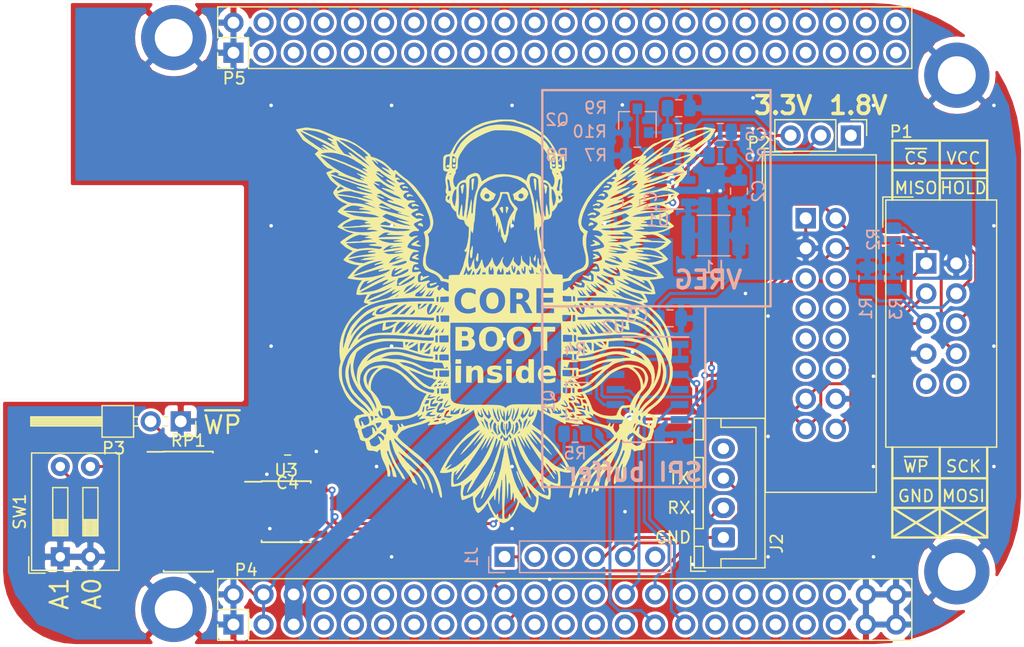
<source format=kicad_pcb>
(kicad_pcb (version 20171130) (host pcbnew 5.0.2-5.fc29)
  (layers (0 F.Cu signal) (31 B.Cu signal) (34 B.Paste user) (35 F.Paste user) (36 B.SilkS user) (37 F.SilkS user) (38 B.Mask user) (39 F.Mask user) (44 Edge.Cuts user))
  (net 0 "")
  (net 1 +3V3)
  (net 2 VCC)
  (net 3 /I2C2_SDA)
  (net 4 /I2C2_SCL)
  (net 5 /~CONN_WP)
  (net 6 /~CONN_HOLD)
  (net 7 GND)
  (net 8 +5V)
  (net 9 "Net-(L1-Pad1)")
  (net 10 /~CONN_CS)
  (net 11 /CONN_SCK)
  (net 12 /~SPI_CS0)
  (net 13 /SPI_D0)
  (net 14 /SPI_D1)
  (net 15 /SPI_SCLK)
  (net 16 "Net-(P1-Pad9)")
  (net 17 "Net-(P1-Pad10)")
  (net 18 "Net-(P2-Pad5)")
  (net 19 "Net-(P2-Pad6)")
  (net 20 "Net-(P2-Pad7)")
  (net 21 "Net-(P2-Pad8)")
  (net 22 "Net-(P2-Pad9)")
  (net 23 "Net-(P2-Pad10)")
  (net 24 "Net-(P2-Pad11)")
  (net 25 "Net-(P2-Pad12)")
  (net 26 /SYS_5V)
  (net 27 /SYS_5VB)
  (net 28 /VADC)
  (net 29 /AIN4)
  (net 30 /AGND)
  (net 31 /AIN6)
  (net 32 /AIN5)
  (net 33 /AIN2)
  (net 34 /AIN3)
  (net 35 /AIN0)
  (net 36 /AIN1)
  (net 37 "Net-(P4-Pad9)")
  (net 38 "Net-(P4-Pad10)")
  (net 39 "Net-(P4-Pad11)")
  (net 40 "Net-(P4-Pad12)")
  (net 41 "Net-(P4-Pad13)")
  (net 42 "Net-(P4-Pad14)")
  (net 43 "Net-(P4-Pad15)")
  (net 44 "Net-(P4-Pad16)")
  (net 45 "Net-(P4-Pad17)")
  (net 46 "Net-(P4-Pad18)")
  (net 47 "Net-(P4-Pad21)")
  (net 48 "Net-(P4-Pad22)")
  (net 49 "Net-(P4-Pad23)")
  (net 50 "Net-(P4-Pad24)")
  (net 51 "Net-(P4-Pad25)")
  (net 52 "Net-(P4-Pad26)")
  (net 53 "Net-(P4-Pad27)")
  (net 54 "Net-(P4-Pad41)")
  (net 55 "Net-(P4-Pad42)")
  (net 56 /CONN_MISO)
  (net 57 /CONN_MOSI)
  (net 58 "Net-(P5-Pad3)")
  (net 59 "Net-(P5-Pad4)")
  (net 60 "Net-(P5-Pad5)")
  (net 61 "Net-(P5-Pad6)")
  (net 62 "Net-(P5-Pad7)")
  (net 63 "Net-(P5-Pad8)")
  (net 64 "Net-(P5-Pad9)")
  (net 65 "Net-(P5-Pad10)")
  (net 66 "Net-(P5-Pad11)")
  (net 67 "Net-(P5-Pad12)")
  (net 68 "Net-(P5-Pad13)")
  (net 69 "Net-(P5-Pad14)")
  (net 70 "Net-(P5-Pad15)")
  (net 71 "Net-(P5-Pad16)")
  (net 72 "Net-(P5-Pad17)")
  (net 73 "Net-(P5-Pad18)")
  (net 74 "Net-(P5-Pad19)")
  (net 75 "Net-(P5-Pad20)")
  (net 76 "Net-(P5-Pad21)")
  (net 77 "Net-(P5-Pad22)")
  (net 78 "Net-(P5-Pad23)")
  (net 79 "Net-(P5-Pad24)")
  (net 80 "Net-(P5-Pad25)")
  (net 81 "Net-(P5-Pad26)")
  (net 82 "Net-(P5-Pad27)")
  (net 83 "Net-(P5-Pad28)")
  (net 84 "Net-(P5-Pad29)")
  (net 85 "Net-(P5-Pad30)")
  (net 86 "Net-(P5-Pad31)")
  (net 87 "Net-(P5-Pad32)")
  (net 88 "Net-(P5-Pad33)")
  (net 89 "Net-(P5-Pad34)")
  (net 90 "Net-(P5-Pad35)")
  (net 91 "Net-(P5-Pad36)")
  (net 92 "Net-(P5-Pad37)")
  (net 93 "Net-(P5-Pad38)")
  (net 94 "Net-(P5-Pad39)")
  (net 95 "Net-(P5-Pad40)")
  (net 96 "Net-(P5-Pad41)")
  (net 97 "Net-(P5-Pad42)")
  (net 98 "Net-(P5-Pad43)")
  (net 99 "Net-(P5-Pad44)")
  (net 100 "Net-(P5-Pad45)")
  (net 101 "Net-(P5-Pad46)")
  (net 102 /~WP)
  (net 103 /A2)
  (net 104 /A1)
  (net 105 /A0)
  (net 106 "Net-(J1-Pad1)")
  (net 107 "Net-(J1-Pad2)")
  (net 108 "Net-(J1-Pad3)")
  (net 109 /UART_RX)
  (net 110 /UART_TX)
  (net 111 "Net-(J1-Pad6)")
  (net 112 "Net-(J2-Pad4)")
  (net 113 "Net-(R10-Pad2)")
  (net 114 "Net-(SW2-Pad1)")
  (net 115 /VSEL)
  (net 116 "Net-(C5-Pad2)")
  (net 117 "Net-(Q1-Pad2)")
  (net 118 "Net-(Q2-Pad3)")
  (module Connector_PinSocket_2.54mm:PinSocket_1x06_P2.54mm_Vertical (layer B.Cu) (at 139.065 104.14 270)
    (fp_text reference J1 (at 0 2.77 270) (layer B.SilkS) (effects (justify mirror)))
    (fp_text value "6-pin socket")
    (pad 6 thru_hole oval (at 0 -12.7 270) (size 1.7 1.7) (drill 1) (layers *.Cu *.Mask) (net 111 "Net-(J1-Pad6)"))
    (pad 5 thru_hole oval (at 0 -10.16 270) (size 1.7 1.7) (drill 1) (layers *.Cu *.Mask) (net 110 /UART_TX))
    (pad 4 thru_hole oval (at 0 -7.62 270) (size 1.7 1.7) (drill 1) (layers *.Cu *.Mask) (net 109 /UART_RX))
    (pad 3 thru_hole oval (at 0 -5.08 270) (size 1.7 1.7) (drill 1) (layers *.Cu *.Mask) (net 108 "Net-(J1-Pad3)"))
    (pad 2 thru_hole oval (at 0 -2.54 270) (size 1.7 1.7) (drill 1) (layers *.Cu *.Mask) (net 107 "Net-(J1-Pad2)"))
    (pad 1 thru_hole rect (at 0 0 270) (size 1.7 1.7) (drill 1) (layers *.Cu *.Mask) (net 106 "Net-(J1-Pad1)"))
  )
  (module Connector_PinHeader_2.54mm:PinHeader_1x03_P2.54mm_Vertical (layer F.Cu) (at 168.275 68.58 270)
    (fp_text reference SW2 hide)
    (fp_text value SW_SPDT)
    (pad 3 thru_hole oval (at 0 5.08 270) (size 1.7 1.7) (drill 1) (layers *.Cu *.Mask) (net 8 +5V))
    (pad 2 thru_hole oval (at 0 2.54 270) (size 1.7 1.7) (drill 1) (layers *.Cu *.Mask) (net 113 "Net-(R10-Pad2)"))
    (pad 1 thru_hole rect (at 0 0 270) (size 1.7 1.7) (drill 1) (layers *.Cu *.Mask) (net 114 "Net-(SW2-Pad1)"))
  )
  (module Connector_JST:JST_XH_B04B-XH-A_1x04_P2.50mm_Vertical (layer F.Cu) (at 157.52 102.51 90)
    (fp_text reference J2 (at -0.5 4.5 90) (layer F.SilkS))
    (fp_text value JST2.5)
    (pad 1 thru_hole roundrect (at 0 0 90) (size 1.7 1.95) (drill 0.95) (layers *.Cu *.Mask) (roundrect_rratio 0.147059) (net 106 "Net-(J1-Pad1)"))
    (pad 2 thru_hole oval (at 2.5 0 90) (size 1.7 1.95) (drill 0.95) (layers *.Cu *.Mask) (net 109 /UART_RX))
    (pad 3 thru_hole oval (at 5 0 90) (size 1.7 1.95) (drill 0.95) (layers *.Cu *.Mask) (net 110 /UART_TX))
    (pad 4 thru_hole oval (at 7.5 0 90) (size 1.7 1.95) (drill 0.95) (layers *.Cu *.Mask) (net 112 "Net-(J2-Pad4)"))
  )
  (module logo-coreboot (layer F.Cu) (at 139.02 84.26)
    (fp_text reference G1 hide)
    (fp_text value Logo_Open_Hardware_Small hide)
  )
  (module Capacitor_SMD:C_0805_2012Metric (layer B.Cu) (at 149.752239 74.215261 90)
    (fp_text reference C1 (at 0 1.65 90) (layer B.SilkS) (effects (justify mirror)))
    (fp_text value 10uF)
    (pad 2 smd roundrect (at 0.9375 0 90) (size 0.975 1.4) (layers B.Cu B.Paste B.Mask) (net 7 GND))
    (pad 1 smd roundrect (at -0.9375 0 90) (size 0.975 1.4) (layers B.Cu B.Paste B.Mask) (net 8 +5V))
  )
  (module Capacitor_SMD:C_0805_2012Metric (layer B.Cu) (at 158.837239 73.277761 90)
    (fp_text reference C2 (at 0 1.65 90) (layer B.SilkS) (effects (justify mirror)))
    (fp_text value 10uF)
    (pad 2 smd roundrect (at 0.9375 0 90) (size 0.975 1.4) (layers B.Cu B.Paste B.Mask) (net 7 GND))
    (pad 1 smd roundrect (at -0.9375 0 90) (size 0.975 1.4) (layers B.Cu B.Paste B.Mask) (net 2 VCC))
  )
  (module Capacitor_SMD:C_0805_2012Metric (layer B.Cu) (at 153.02 84.01)
    (fp_text reference C3 (at -2.77 -0.26) (layer B.SilkS) (effects (justify mirror)))
    (fp_text value 10uF)
    (pad 2 smd roundrect (at 0.9375 0) (size 0.975 1.4) (layers B.Cu B.Paste B.Mask) (net 7 GND))
    (pad 1 smd roundrect (at -0.9375 0) (size 0.975 1.4) (layers B.Cu B.Paste B.Mask) (net 2 VCC))
  )
  (module Capacitor_SMD:C_0805_2012Metric (layer F.Cu) (at 120.77 96.26 180)
    (fp_text reference C4 (at 0 -1.65 180) (layer F.SilkS))
    (fp_text value 0.1uF)
    (pad 2 smd roundrect (at 0.9375 0 180) (size 0.975 1.4) (layers F.Cu F.Paste F.Mask) (net 7 GND))
    (pad 1 smd roundrect (at -0.9375 0 180) (size 0.975 1.4) (layers F.Cu F.Paste F.Mask) (net 1 +3V3))
  )
  (module MountingHole:MountingHole_3.2mm_M3_ISO14580_Pad (layer F.Cu) (at 111.168 60.319)
    (fp_text reference H1 hide)
    (fp_text value M3)
    (pad 1 thru_hole circle (at 0 0) (size 5.5 5.5) (drill 3.2) (layers *.Cu *.Mask) (net 7 GND))
  )
  (module MountingHole:MountingHole_3.2mm_M3_ISO14580_Pad (layer F.Cu) (at 111.168 108.579)
    (fp_text reference H2 hide)
    (fp_text value M3)
    (pad 1 thru_hole circle (at 0 0) (size 5.5 5.5) (drill 3.2) (layers *.Cu *.Mask) (net 7 GND))
  )
  (module MountingHole:MountingHole_3.2mm_M3_ISO14580_Pad (layer F.Cu) (at 177.208 63.494)
    (fp_text reference H3 hide)
    (fp_text value M3)
    (pad 1 thru_hole circle (at 0 0) (size 5.5 5.5) (drill 3.2) (layers *.Cu *.Mask) (net 7 GND))
  )
  (module MountingHole:MountingHole_3.2mm_M3_ISO14580_Pad (layer F.Cu) (at 177.208 105.404)
    (fp_text reference H4 hide)
    (fp_text value M3)
    (pad 1 thru_hole circle (at 0 0) (size 5.5 5.5) (drill 3.2) (layers *.Cu *.Mask) (net 7 GND))
  )
  (module Inductor_SMD:L_1812_4532Metric (layer B.Cu) (at 156.699739 77.027761)
    (fp_text reference L1 (at 0 2.65) (layer B.SilkS) (effects (justify mirror)))
    (fp_text value 10uH)
    (pad 2 smd roundrect (at 2.1375 0) (size 1.125 3.4) (layers B.Cu B.Paste B.Mask) (roundrect_rratio 0.222222) (net 2 VCC))
    (pad 1 smd roundrect (at -2.1375 0) (size 1.125 3.4) (layers B.Cu B.Paste B.Mask) (roundrect_rratio 0.222222) (net 9 "Net-(L1-Pad1)"))
  )
  (module Connector_IDC:IDC-Header_2x05_P2.54mm_Vertical (layer F.Cu) (at 174.625 79.375)
    (fp_text reference P1 (at -2.105 -11.115 180) (layer F.SilkS))
    (fp_text value SPI-8)
    (pad 10 thru_hole oval (at 2.54 10.16) (size 1.7272 1.7272) (drill 1.016) (layers *.Cu *.Mask) (net 17 "Net-(P1-Pad10)"))
    (pad 9 thru_hole oval (at 0 10.16) (size 1.7272 1.7272) (drill 1.016) (layers *.Cu *.Mask) (net 16 "Net-(P1-Pad9)"))
    (pad 8 thru_hole oval (at 2.54 7.62) (size 1.7272 1.7272) (drill 1.016) (layers *.Cu *.Mask) (net 57 /CONN_MOSI))
    (pad 7 thru_hole oval (at 0 7.62) (size 1.7272 1.7272) (drill 1.016) (layers *.Cu *.Mask) (net 7 GND))
    (pad 6 thru_hole oval (at 2.54 5.08) (size 1.7272 1.7272) (drill 1.016) (layers *.Cu *.Mask) (net 11 /CONN_SCK))
    (pad 5 thru_hole oval (at 0 5.08) (size 1.7272 1.7272) (drill 1.016) (layers *.Cu *.Mask) (net 5 /~CONN_WP))
    (pad 4 thru_hole oval (at 2.54 2.54) (size 1.7272 1.7272) (drill 1.016) (layers *.Cu *.Mask) (net 6 /~CONN_HOLD))
    (pad 3 thru_hole oval (at 0 2.54) (size 1.7272 1.7272) (drill 1.016) (layers *.Cu *.Mask) (net 56 /CONN_MISO))
    (pad 2 thru_hole oval (at 2.54 0) (size 1.7272 1.7272) (drill 1.016) (layers *.Cu *.Mask) (net 2 VCC))
    (pad 1 thru_hole rect (at 0 0) (size 1.7272 1.7272) (drill 1.016) (layers *.Cu *.Mask) (net 10 /~CONN_CS))
  )
  (module Connector_IDC:IDC-Header_2x08_P2.54mm_Vertical (layer F.Cu) (at 164.465 75.565)
    (fp_text reference P2 (at -3.945 -6.35) (layer F.SilkS))
    (fp_text value SPI-16)
    (pad 1 thru_hole rect (at 0 0) (size 1.7272 1.7272) (drill 1.016) (layers *.Cu *.Mask) (net 6 /~CONN_HOLD))
    (pad 2 thru_hole oval (at 2.54 0) (size 1.7272 1.7272) (drill 1.016) (layers *.Cu *.Mask) (net 11 /CONN_SCK))
    (pad 3 thru_hole oval (at 0 2.54) (size 1.7272 1.7272) (drill 1.016) (layers *.Cu *.Mask) (net 2 VCC))
    (pad 4 thru_hole oval (at 2.54 2.54) (size 1.7272 1.7272) (drill 1.016) (layers *.Cu *.Mask) (net 57 /CONN_MOSI))
    (pad 5 thru_hole oval (at 0 5.08) (size 1.7272 1.7272) (drill 1.016) (layers *.Cu *.Mask) (net 18 "Net-(P2-Pad5)"))
    (pad 6 thru_hole oval (at 2.54 5.08) (size 1.7272 1.7272) (drill 1.016) (layers *.Cu *.Mask) (net 19 "Net-(P2-Pad6)"))
    (pad 7 thru_hole oval (at 0 7.62) (size 1.7272 1.7272) (drill 1.016) (layers *.Cu *.Mask) (net 20 "Net-(P2-Pad7)"))
    (pad 8 thru_hole oval (at 2.54 7.62) (size 1.7272 1.7272) (drill 1.016) (layers *.Cu *.Mask) (net 21 "Net-(P2-Pad8)"))
    (pad 9 thru_hole oval (at 0 10.16) (size 1.7272 1.7272) (drill 1.016) (layers *.Cu *.Mask) (net 22 "Net-(P2-Pad9)"))
    (pad 10 thru_hole oval (at 2.54 10.16) (size 1.7272 1.7272) (drill 1.016) (layers *.Cu *.Mask) (net 23 "Net-(P2-Pad10)"))
    (pad 11 thru_hole oval (at 0 12.7) (size 1.7272 1.7272) (drill 1.016) (layers *.Cu *.Mask) (net 24 "Net-(P2-Pad11)"))
    (pad 12 thru_hole oval (at 2.54 12.7) (size 1.7272 1.7272) (drill 1.016) (layers *.Cu *.Mask) (net 25 "Net-(P2-Pad12)"))
    (pad 13 thru_hole oval (at 0 15.24) (size 1.7272 1.7272) (drill 1.016) (layers *.Cu *.Mask) (net 10 /~CONN_CS))
    (pad 14 thru_hole oval (at 2.54 15.24) (size 1.7272 1.7272) (drill 1.016) (layers *.Cu *.Mask) (net 7 GND))
    (pad 15 thru_hole oval (at 0 17.78) (size 1.7272 1.7272) (drill 1.016) (layers *.Cu *.Mask) (net 56 /CONN_MISO))
    (pad 16 thru_hole oval (at 2.54 17.78) (size 1.7272 1.7272) (drill 1.016) (layers *.Cu *.Mask) (net 5 /~CONN_WP))
  )
  (module Connector_PinHeader_2.54mm:PinHeader_2x01_P2.54mm_Horizontal (layer F.Cu) (at 111.76 92.71 180)
    (fp_text reference P3 (at 5.655 -2.27 180) (layer F.SilkS))
    (fp_text value EEPROM_PROG_EN)
    (pad 1 thru_hole rect (at 0 0 180) (size 1.7 1.7) (drill 1) (layers *.Cu *.Mask) (net 7 GND))
    (pad 2 thru_hole oval (at 2.54 0 180) (size 1.7 1.7) (drill 1) (layers *.Cu *.Mask) (net 102 /~WP))
  )
  (module Connector_PinHeader_2.54mm:PinHeader_2x23_P2.54mm_Vertical (layer F.Cu) (at 116.205 109.855 90)
    (fp_text reference P4 (at 4.595 1.065 180) (layer F.SilkS))
    (fp_text value BBB_P9)
    (pad 46 thru_hole oval (at 2.54 55.88 90) (size 1.7 1.7) (drill 1) (layers *.Cu *.Mask) (net 7 GND))
    (pad 45 thru_hole oval (at 0 55.88 90) (size 1.7 1.7) (drill 1) (layers *.Cu *.Mask) (net 7 GND))
    (pad 44 thru_hole oval (at 2.54 53.34 90) (size 1.7 1.7) (drill 1) (layers *.Cu *.Mask) (net 7 GND))
    (pad 43 thru_hole oval (at 0 53.34 90) (size 1.7 1.7) (drill 1) (layers *.Cu *.Mask) (net 7 GND))
    (pad 42 thru_hole oval (at 2.54 50.8 90) (size 1.7 1.7) (drill 1) (layers *.Cu *.Mask) (net 55 "Net-(P4-Pad42)"))
    (pad 41 thru_hole oval (at 0 50.8 90) (size 1.7 1.7) (drill 1) (layers *.Cu *.Mask) (net 54 "Net-(P4-Pad41)"))
    (pad 40 thru_hole oval (at 2.54 48.26 90) (size 1.7 1.7) (drill 1) (layers *.Cu *.Mask) (net 36 /AIN1))
    (pad 39 thru_hole oval (at 0 48.26 90) (size 1.7 1.7) (drill 1) (layers *.Cu *.Mask) (net 35 /AIN0))
    (pad 38 thru_hole oval (at 2.54 45.72 90) (size 1.7 1.7) (drill 1) (layers *.Cu *.Mask) (net 34 /AIN3))
    (pad 37 thru_hole oval (at 0 45.72 90) (size 1.7 1.7) (drill 1) (layers *.Cu *.Mask) (net 33 /AIN2))
    (pad 36 thru_hole oval (at 2.54 43.18 90) (size 1.7 1.7) (drill 1) (layers *.Cu *.Mask) (net 32 /AIN5))
    (pad 35 thru_hole oval (at 0 43.18 90) (size 1.7 1.7) (drill 1) (layers *.Cu *.Mask) (net 31 /AIN6))
    (pad 34 thru_hole oval (at 2.54 40.64 90) (size 1.7 1.7) (drill 1) (layers *.Cu *.Mask) (net 30 /AGND))
    (pad 33 thru_hole oval (at 0 40.64 90) (size 1.7 1.7) (drill 1) (layers *.Cu *.Mask) (net 29 /AIN4))
    (pad 32 thru_hole oval (at 2.54 38.1 90) (size 1.7 1.7) (drill 1) (layers *.Cu *.Mask) (net 28 /VADC))
    (pad 31 thru_hole oval (at 0 38.1 90) (size 1.7 1.7) (drill 1) (layers *.Cu *.Mask) (net 15 /SPI_SCLK))
    (pad 30 thru_hole oval (at 2.54 35.56 90) (size 1.7 1.7) (drill 1) (layers *.Cu *.Mask) (net 14 /SPI_D1))
    (pad 29 thru_hole oval (at 0 35.56 90) (size 1.7 1.7) (drill 1) (layers *.Cu *.Mask) (net 13 /SPI_D0))
    (pad 28 thru_hole oval (at 2.54 33.02 90) (size 1.7 1.7) (drill 1) (layers *.Cu *.Mask) (net 12 /~SPI_CS0))
    (pad 27 thru_hole oval (at 0 33.02 90) (size 1.7 1.7) (drill 1) (layers *.Cu *.Mask) (net 53 "Net-(P4-Pad27)"))
    (pad 26 thru_hole oval (at 2.54 30.48 90) (size 1.7 1.7) (drill 1) (layers *.Cu *.Mask) (net 52 "Net-(P4-Pad26)"))
    (pad 25 thru_hole oval (at 0 30.48 90) (size 1.7 1.7) (drill 1) (layers *.Cu *.Mask) (net 51 "Net-(P4-Pad25)"))
    (pad 24 thru_hole oval (at 2.54 27.94 90) (size 1.7 1.7) (drill 1) (layers *.Cu *.Mask) (net 50 "Net-(P4-Pad24)"))
    (pad 23 thru_hole oval (at 0 27.94 90) (size 1.7 1.7) (drill 1) (layers *.Cu *.Mask) (net 49 "Net-(P4-Pad23)"))
    (pad 22 thru_hole oval (at 2.54 25.4 90) (size 1.7 1.7) (drill 1) (layers *.Cu *.Mask) (net 48 "Net-(P4-Pad22)"))
    (pad 21 thru_hole oval (at 0 25.4 90) (size 1.7 1.7) (drill 1) (layers *.Cu *.Mask) (net 47 "Net-(P4-Pad21)"))
    (pad 20 thru_hole oval (at 2.54 22.86 90) (size 1.7 1.7) (drill 1) (layers *.Cu *.Mask) (net 3 /I2C2_SDA))
    (pad 19 thru_hole oval (at 0 22.86 90) (size 1.7 1.7) (drill 1) (layers *.Cu *.Mask) (net 4 /I2C2_SCL))
    (pad 18 thru_hole oval (at 2.54 20.32 90) (size 1.7 1.7) (drill 1) (layers *.Cu *.Mask) (net 46 "Net-(P4-Pad18)"))
    (pad 17 thru_hole oval (at 0 20.32 90) (size 1.7 1.7) (drill 1) (layers *.Cu *.Mask) (net 45 "Net-(P4-Pad17)"))
    (pad 16 thru_hole oval (at 2.54 17.78 90) (size 1.7 1.7) (drill 1) (layers *.Cu *.Mask) (net 44 "Net-(P4-Pad16)"))
    (pad 15 thru_hole oval (at 0 17.78 90) (size 1.7 1.7) (drill 1) (layers *.Cu *.Mask) (net 43 "Net-(P4-Pad15)"))
    (pad 14 thru_hole oval (at 2.54 15.24 90) (size 1.7 1.7) (drill 1) (layers *.Cu *.Mask) (net 42 "Net-(P4-Pad14)"))
    (pad 13 thru_hole oval (at 0 15.24 90) (size 1.7 1.7) (drill 1) (layers *.Cu *.Mask) (net 41 "Net-(P4-Pad13)"))
    (pad 12 thru_hole oval (at 2.54 12.7 90) (size 1.7 1.7) (drill 1) (layers *.Cu *.Mask) (net 40 "Net-(P4-Pad12)"))
    (pad 11 thru_hole oval (at 0 12.7 90) (size 1.7 1.7) (drill 1) (layers *.Cu *.Mask) (net 39 "Net-(P4-Pad11)"))
    (pad 10 thru_hole oval (at 2.54 10.16 90) (size 1.7 1.7) (drill 1) (layers *.Cu *.Mask) (net 38 "Net-(P4-Pad10)"))
    (pad 9 thru_hole oval (at 0 10.16 90) (size 1.7 1.7) (drill 1) (layers *.Cu *.Mask) (net 37 "Net-(P4-Pad9)"))
    (pad 8 thru_hole oval (at 2.54 7.62 90) (size 1.7 1.7) (drill 1) (layers *.Cu *.Mask) (net 27 /SYS_5VB))
    (pad 7 thru_hole oval (at 0 7.62 90) (size 1.7 1.7) (drill 1) (layers *.Cu *.Mask) (net 26 /SYS_5V))
    (pad 6 thru_hole oval (at 2.54 5.08 90) (size 1.7 1.7) (drill 1) (layers *.Cu *.Mask) (net 8 +5V))
    (pad 5 thru_hole oval (at 0 5.08 90) (size 1.7 1.7) (drill 1) (layers *.Cu *.Mask) (net 8 +5V))
    (pad 4 thru_hole oval (at 2.54 2.54 90) (size 1.7 1.7) (drill 1) (layers *.Cu *.Mask) (net 1 +3V3))
    (pad 3 thru_hole oval (at 0 2.54 90) (size 1.7 1.7) (drill 1) (layers *.Cu *.Mask) (net 1 +3V3))
    (pad 2 thru_hole oval (at 2.54 0 90) (size 1.7 1.7) (drill 1) (layers *.Cu *.Mask) (net 7 GND))
    (pad 1 thru_hole rect (at 0 0 90) (size 1.7 1.7) (drill 1) (layers *.Cu *.Mask) (net 7 GND))
  )
  (module Connector_PinHeader_2.54mm:PinHeader_2x23_P2.54mm_Vertical (layer F.Cu) (at 116.205 61.595 90)
    (fp_text reference P5 (at -2.165 0.065 180) (layer F.SilkS))
    (fp_text value BBB_P8)
    (pad 1 thru_hole rect (at 0 0 90) (size 1.7 1.7) (drill 1) (layers *.Cu *.Mask) (net 7 GND))
    (pad 2 thru_hole oval (at 2.54 0 90) (size 1.7 1.7) (drill 1) (layers *.Cu *.Mask) (net 7 GND))
    (pad 3 thru_hole oval (at 0 2.54 90) (size 1.7 1.7) (drill 1) (layers *.Cu *.Mask) (net 58 "Net-(P5-Pad3)"))
    (pad 4 thru_hole oval (at 2.54 2.54 90) (size 1.7 1.7) (drill 1) (layers *.Cu *.Mask) (net 59 "Net-(P5-Pad4)"))
    (pad 5 thru_hole oval (at 0 5.08 90) (size 1.7 1.7) (drill 1) (layers *.Cu *.Mask) (net 60 "Net-(P5-Pad5)"))
    (pad 6 thru_hole oval (at 2.54 5.08 90) (size 1.7 1.7) (drill 1) (layers *.Cu *.Mask) (net 61 "Net-(P5-Pad6)"))
    (pad 7 thru_hole oval (at 0 7.62 90) (size 1.7 1.7) (drill 1) (layers *.Cu *.Mask) (net 62 "Net-(P5-Pad7)"))
    (pad 8 thru_hole oval (at 2.54 7.62 90) (size 1.7 1.7) (drill 1) (layers *.Cu *.Mask) (net 63 "Net-(P5-Pad8)"))
    (pad 9 thru_hole oval (at 0 10.16 90) (size 1.7 1.7) (drill 1) (layers *.Cu *.Mask) (net 64 "Net-(P5-Pad9)"))
    (pad 10 thru_hole oval (at 2.54 10.16 90) (size 1.7 1.7) (drill 1) (layers *.Cu *.Mask) (net 65 "Net-(P5-Pad10)"))
    (pad 11 thru_hole oval (at 0 12.7 90) (size 1.7 1.7) (drill 1) (layers *.Cu *.Mask) (net 66 "Net-(P5-Pad11)"))
    (pad 12 thru_hole oval (at 2.54 12.7 90) (size 1.7 1.7) (drill 1) (layers *.Cu *.Mask) (net 67 "Net-(P5-Pad12)"))
    (pad 13 thru_hole oval (at 0 15.24 90) (size 1.7 1.7) (drill 1) (layers *.Cu *.Mask) (net 68 "Net-(P5-Pad13)"))
    (pad 14 thru_hole oval (at 2.54 15.24 90) (size 1.7 1.7) (drill 1) (layers *.Cu *.Mask) (net 69 "Net-(P5-Pad14)"))
    (pad 15 thru_hole oval (at 0 17.78 90) (size 1.7 1.7) (drill 1) (layers *.Cu *.Mask) (net 70 "Net-(P5-Pad15)"))
    (pad 16 thru_hole oval (at 2.54 17.78 90) (size 1.7 1.7) (drill 1) (layers *.Cu *.Mask) (net 71 "Net-(P5-Pad16)"))
    (pad 17 thru_hole oval (at 0 20.32 90) (size 1.7 1.7) (drill 1) (layers *.Cu *.Mask) (net 72 "Net-(P5-Pad17)"))
    (pad 18 thru_hole oval (at 2.54 20.32 90) (size 1.7 1.7) (drill 1) (layers *.Cu *.Mask) (net 73 "Net-(P5-Pad18)"))
    (pad 19 thru_hole oval (at 0 22.86 90) (size 1.7 1.7) (drill 1) (layers *.Cu *.Mask) (net 74 "Net-(P5-Pad19)"))
    (pad 20 thru_hole oval (at 2.54 22.86 90) (size 1.7 1.7) (drill 1) (layers *.Cu *.Mask) (net 75 "Net-(P5-Pad20)"))
    (pad 21 thru_hole oval (at 0 25.4 90) (size 1.7 1.7) (drill 1) (layers *.Cu *.Mask) (net 76 "Net-(P5-Pad21)"))
    (pad 22 thru_hole oval (at 2.54 25.4 90) (size 1.7 1.7) (drill 1) (layers *.Cu *.Mask) (net 77 "Net-(P5-Pad22)"))
    (pad 23 thru_hole oval (at 0 27.94 90) (size 1.7 1.7) (drill 1) (layers *.Cu *.Mask) (net 78 "Net-(P5-Pad23)"))
    (pad 24 thru_hole oval (at 2.54 27.94 90) (size 1.7 1.7) (drill 1) (layers *.Cu *.Mask) (net 79 "Net-(P5-Pad24)"))
    (pad 25 thru_hole oval (at 0 30.48 90) (size 1.7 1.7) (drill 1) (layers *.Cu *.Mask) (net 80 "Net-(P5-Pad25)"))
    (pad 26 thru_hole oval (at 2.54 30.48 90) (size 1.7 1.7) (drill 1) (layers *.Cu *.Mask) (net 81 "Net-(P5-Pad26)"))
    (pad 27 thru_hole oval (at 0 33.02 90) (size 1.7 1.7) (drill 1) (layers *.Cu *.Mask) (net 82 "Net-(P5-Pad27)"))
    (pad 28 thru_hole oval (at 2.54 33.02 90) (size 1.7 1.7) (drill 1) (layers *.Cu *.Mask) (net 83 "Net-(P5-Pad28)"))
    (pad 29 thru_hole oval (at 0 35.56 90) (size 1.7 1.7) (drill 1) (layers *.Cu *.Mask) (net 84 "Net-(P5-Pad29)"))
    (pad 30 thru_hole oval (at 2.54 35.56 90) (size 1.7 1.7) (drill 1) (layers *.Cu *.Mask) (net 85 "Net-(P5-Pad30)"))
    (pad 31 thru_hole oval (at 0 38.1 90) (size 1.7 1.7) (drill 1) (layers *.Cu *.Mask) (net 86 "Net-(P5-Pad31)"))
    (pad 32 thru_hole oval (at 2.54 38.1 90) (size 1.7 1.7) (drill 1) (layers *.Cu *.Mask) (net 87 "Net-(P5-Pad32)"))
    (pad 33 thru_hole oval (at 0 40.64 90) (size 1.7 1.7) (drill 1) (layers *.Cu *.Mask) (net 88 "Net-(P5-Pad33)"))
    (pad 34 thru_hole oval (at 2.54 40.64 90) (size 1.7 1.7) (drill 1) (layers *.Cu *.Mask) (net 89 "Net-(P5-Pad34)"))
    (pad 35 thru_hole oval (at 0 43.18 90) (size 1.7 1.7) (drill 1) (layers *.Cu *.Mask) (net 90 "Net-(P5-Pad35)"))
    (pad 36 thru_hole oval (at 2.54 43.18 90) (size 1.7 1.7) (drill 1) (layers *.Cu *.Mask) (net 91 "Net-(P5-Pad36)"))
    (pad 37 thru_hole oval (at 0 45.72 90) (size 1.7 1.7) (drill 1) (layers *.Cu *.Mask) (net 92 "Net-(P5-Pad37)"))
    (pad 38 thru_hole oval (at 2.54 45.72 90) (size 1.7 1.7) (drill 1) (layers *.Cu *.Mask) (net 93 "Net-(P5-Pad38)"))
    (pad 39 thru_hole oval (at 0 48.26 90) (size 1.7 1.7) (drill 1) (layers *.Cu *.Mask) (net 94 "Net-(P5-Pad39)"))
    (pad 40 thru_hole oval (at 2.54 48.26 90) (size 1.7 1.7) (drill 1) (layers *.Cu *.Mask) (net 95 "Net-(P5-Pad40)"))
    (pad 41 thru_hole oval (at 0 50.8 90) (size 1.7 1.7) (drill 1) (layers *.Cu *.Mask) (net 96 "Net-(P5-Pad41)"))
    (pad 42 thru_hole oval (at 2.54 50.8 90) (size 1.7 1.7) (drill 1) (layers *.Cu *.Mask) (net 97 "Net-(P5-Pad42)"))
    (pad 43 thru_hole oval (at 0 53.34 90) (size 1.7 1.7) (drill 1) (layers *.Cu *.Mask) (net 98 "Net-(P5-Pad43)"))
    (pad 44 thru_hole oval (at 2.54 53.34 90) (size 1.7 1.7) (drill 1) (layers *.Cu *.Mask) (net 99 "Net-(P5-Pad44)"))
    (pad 45 thru_hole oval (at 0 55.88 90) (size 1.7 1.7) (drill 1) (layers *.Cu *.Mask) (net 100 "Net-(P5-Pad45)"))
    (pad 46 thru_hole oval (at 2.54 55.88 90) (size 1.7 1.7) (drill 1) (layers *.Cu *.Mask) (net 101 "Net-(P5-Pad46)"))
  )
  (module Resistor_SMD:R_0805_2012Metric (layer B.Cu) (at 169.672 80.645 270)
    (fp_text reference R1 (at 2.54 0.127 270) (layer B.SilkS) (effects (justify mirror)))
    (fp_text value 10k)
    (pad 2 smd roundrect (at 0.9375 0 270) (size 0.975 1.4) (layers B.Cu B.Paste B.Mask) (net 5 /~CONN_WP))
    (pad 1 smd roundrect (at -0.9375 0 270) (size 0.975 1.4) (layers B.Cu B.Paste B.Mask) (net 2 VCC))
  )
  (module Resistor_SMD:R_0805_2012Metric (layer B.Cu) (at 171.831 77.343 90)
    (fp_text reference R2 (at 0 -1.651 90) (layer B.SilkS) (effects (justify mirror)))
    (fp_text value 10k)
    (pad 1 smd roundrect (at -0.9375 0 90) (size 0.975 1.4) (layers B.Cu B.Paste B.Mask) (net 2 VCC))
    (pad 2 smd roundrect (at 0.9375 0 90) (size 0.975 1.4) (layers B.Cu B.Paste B.Mask) (net 10 /~CONN_CS))
  )
  (module Resistor_SMD:R_0805_2012Metric (layer B.Cu) (at 171.831 80.645 270)
    (fp_text reference R3 (at 2.54 -0.254 270) (layer B.SilkS) (effects (justify mirror)))
    (fp_text value 10k)
    (pad 1 smd roundrect (at -0.9375 0 270) (size 0.975 1.4) (layers B.Cu B.Paste B.Mask) (net 2 VCC))
    (pad 2 smd roundrect (at 0.9375 0 270) (size 0.975 1.4) (layers B.Cu B.Paste B.Mask) (net 6 /~CONN_HOLD))
  )
  (module Package_SO:SOIC-16_3.9x9.9mm_P1.27mm (layer F.Cu) (at 112.395 100.33)
    (fp_text reference RP1 (at 0 -6) (layer F.SilkS))
    (fp_text value 10k)
    (pad 1 smd rect (at -2.7 -4.445) (size 1.5 0.6) (layers F.Cu F.Paste F.Mask) (net 1 +3V3))
    (pad 2 smd rect (at -2.7 -3.175) (size 1.5 0.6) (layers F.Cu F.Paste F.Mask) (net 1 +3V3))
    (pad 3 smd rect (at -2.7 -1.905) (size 1.5 0.6) (layers F.Cu F.Paste F.Mask) (net 1 +3V3))
    (pad 4 smd rect (at -2.7 -0.635) (size 1.5 0.6) (layers F.Cu F.Paste F.Mask) (net 1 +3V3))
    (pad 5 smd rect (at -2.7 0.635) (size 1.5 0.6) (layers F.Cu F.Paste F.Mask) (net 1 +3V3))
    (pad 6 smd rect (at -2.7 1.905) (size 1.5 0.6) (layers F.Cu F.Paste F.Mask) (net 1 +3V3))
    (pad 7 smd rect (at -2.7 3.175) (size 1.5 0.6) (layers F.Cu F.Paste F.Mask) (net 1 +3V3))
    (pad 8 smd rect (at -2.7 4.445) (size 1.5 0.6) (layers F.Cu F.Paste F.Mask) (net 1 +3V3))
    (pad 9 smd rect (at 2.7 4.445) (size 1.5 0.6) (layers F.Cu F.Paste F.Mask) (net 3 /I2C2_SDA))
    (pad 10 smd rect (at 2.7 3.175) (size 1.5 0.6) (layers F.Cu F.Paste F.Mask) (net 3 /I2C2_SDA))
    (pad 11 smd rect (at 2.7 1.905) (size 1.5 0.6) (layers F.Cu F.Paste F.Mask) (net 4 /I2C2_SCL))
    (pad 12 smd rect (at 2.7 0.635) (size 1.5 0.6) (layers F.Cu F.Paste F.Mask) (net 4 /I2C2_SCL))
    (pad 13 smd rect (at 2.7 -0.635) (size 1.5 0.6) (layers F.Cu F.Paste F.Mask) (net 103 /A2))
    (pad 14 smd rect (at 2.7 -1.905) (size 1.5 0.6) (layers F.Cu F.Paste F.Mask) (net 104 /A1))
    (pad 15 smd rect (at 2.7 -3.175) (size 1.5 0.6) (layers F.Cu F.Paste F.Mask) (net 105 /A0))
    (pad 16 smd rect (at 2.7 -4.445) (size 1.5 0.6) (layers F.Cu F.Paste F.Mask) (net 102 /~WP))
  )
  (module Button_Switch_THT:SW_DIP_SPSTx02_Slide_9.78x7.26mm_W7.62mm_P2.54mm (layer F.Cu) (at 101.6 104.14 90)
    (fp_text reference SW1 (at 3.81 -3.42 90) (layer F.SilkS))
    (fp_text value DIPS_02)
    (pad 1 thru_hole rect (at 0 0 90) (size 1.6 1.6) (drill 0.8) (layers *.Cu *.Mask) (net 7 GND))
    (pad 3 thru_hole oval (at 7.62 2.54 90) (size 1.6 1.6) (drill 0.8) (layers *.Cu *.Mask) (net 105 /A0))
    (pad 2 thru_hole oval (at 0 2.54 90) (size 1.6 1.6) (drill 0.8) (layers *.Cu *.Mask) (net 7 GND))
    (pad 4 thru_hole oval (at 7.62 0 90) (size 1.6 1.6) (drill 0.8) (layers *.Cu *.Mask) (net 104 /A1))
  )
  (module Package_TO_SOT_SMD:TSOT-23-5 (layer B.Cu) (at 153.252239 73.277761)
    (fp_text reference U1 (at -1.25 2.45) (layer B.SilkS) (effects (justify mirror)))
    (fp_text value PAM2305AAB330)
    (pad 5 smd rect (at 1.31 0.95) (size 1.22 0.65) (layers B.Cu B.Paste B.Mask) (net 9 "Net-(L1-Pad1)"))
    (pad 4 smd rect (at 1.31 -0.95) (size 1.22 0.65) (layers B.Cu B.Paste B.Mask) (net 116 "Net-(C5-Pad2)"))
    (pad 3 smd rect (at -1.31 -0.95) (size 1.22 0.65) (layers B.Cu B.Paste B.Mask) (net 8 +5V))
    (pad 2 smd rect (at -1.31 0) (size 1.22 0.65) (layers B.Cu B.Paste B.Mask) (net 7 GND))
    (pad 1 smd rect (at -1.31 0.95) (size 1.22 0.65) (layers B.Cu B.Paste B.Mask) (net 8 +5V))
  )
  (module Package_SO:SOIC-14_3.9x8.7mm_P1.27mm (layer B.Cu) (at 151.13 90.02 180)
    (fp_text reference U2 (at 2.88 5.27 180) (layer B.SilkS) (effects (justify mirror)))
    (fp_text value 74HC125)
    (pad 1 smd rect (at -2.7 3.81 180) (size 1.5 0.6) (layers B.Cu B.Paste B.Mask) (net 12 /~SPI_CS0))
    (pad 2 smd rect (at -2.7 2.54 180) (size 1.5 0.6) (layers B.Cu B.Paste B.Mask) (net 12 /~SPI_CS0))
    (pad 3 smd rect (at -2.7 1.27 180) (size 1.5 0.6) (layers B.Cu B.Paste B.Mask) (net 10 /~CONN_CS))
    (pad 4 smd rect (at -2.7 0 180) (size 1.5 0.6) (layers B.Cu B.Paste B.Mask) (net 12 /~SPI_CS0))
    (pad 5 smd rect (at -2.7 -1.27 180) (size 1.5 0.6) (layers B.Cu B.Paste B.Mask) (net 15 /SPI_SCLK))
    (pad 6 smd rect (at -2.7 -2.54 180) (size 1.5 0.6) (layers B.Cu B.Paste B.Mask) (net 11 /CONN_SCK))
    (pad 7 smd rect (at -2.7 -3.81 180) (size 1.5 0.6) (layers B.Cu B.Paste B.Mask) (net 7 GND))
    (pad 8 smd rect (at 2.7 -3.81 180) (size 1.5 0.6) (layers B.Cu B.Paste B.Mask) (net 117 "Net-(Q1-Pad2)"))
    (pad 9 smd rect (at 2.7 -2.54 180) (size 1.5 0.6) (layers B.Cu B.Paste B.Mask) (net 56 /CONN_MISO))
    (pad 10 smd rect (at 2.7 -1.27 180) (size 1.5 0.6) (layers B.Cu B.Paste B.Mask) (net 12 /~SPI_CS0))
    (pad 11 smd rect (at 2.7 0 180) (size 1.5 0.6) (layers B.Cu B.Paste B.Mask) (net 57 /CONN_MOSI))
    (pad 12 smd rect (at 2.7 1.27 180) (size 1.5 0.6) (layers B.Cu B.Paste B.Mask) (net 14 /SPI_D1))
    (pad 13 smd rect (at 2.7 2.54 180) (size 1.5 0.6) (layers B.Cu B.Paste B.Mask) (net 12 /~SPI_CS0))
    (pad 14 smd rect (at 2.7 3.81 180) (size 1.5 0.6) (layers B.Cu B.Paste B.Mask) (net 2 VCC))
  )
  (module Package_SO:SOIC-8_3.9x4.9mm_P1.27mm (layer F.Cu) (at 120.65 100.33)
    (fp_text reference U3 (at 0 -3.5) (layer F.SilkS))
    (fp_text value CAT24C256W)
    (pad 1 smd rect (at -2.7 -1.905) (size 1.55 0.6) (layers F.Cu F.Paste F.Mask) (net 105 /A0))
    (pad 2 smd rect (at -2.7 -0.635) (size 1.55 0.6) (layers F.Cu F.Paste F.Mask) (net 104 /A1))
    (pad 3 smd rect (at -2.7 0.635) (size 1.55 0.6) (layers F.Cu F.Paste F.Mask) (net 103 /A2))
    (pad 4 smd rect (at -2.7 1.905) (size 1.55 0.6) (layers F.Cu F.Paste F.Mask) (net 7 GND))
    (pad 5 smd rect (at 2.7 1.905) (size 1.55 0.6) (layers F.Cu F.Paste F.Mask) (net 3 /I2C2_SDA))
    (pad 6 smd rect (at 2.7 0.635) (size 1.55 0.6) (layers F.Cu F.Paste F.Mask) (net 4 /I2C2_SCL))
    (pad 7 smd rect (at 2.7 -0.635) (size 1.55 0.6) (layers F.Cu F.Paste F.Mask) (net 102 /~WP))
    (pad 8 smd rect (at 2.7 -1.905) (size 1.55 0.6) (layers F.Cu F.Paste F.Mask) (net 1 +3V3))
  )
  (module Package_TO_SOT_SMD:SOT-23 (layer B.Cu) (at 145.02 91.01 180)
    (fp_text reference Q1 (at 2.25 0 270) (layer B.SilkS) (effects (justify mirror)))
    (fp_text value BSS123)
    (pad 1 smd rect (at -1 0.95 180) (size 0.9 0.8) (layers B.Cu B.Paste B.Mask) (net 2 VCC))
    (pad 2 smd rect (at -1 -0.95 180) (size 0.9 0.8) (layers B.Cu B.Paste B.Mask) (net 117 "Net-(Q1-Pad2)"))
    (pad 3 smd rect (at 1 0 180) (size 0.9 0.8) (layers B.Cu B.Paste B.Mask) (net 13 /SPI_D0))
  )
  (module Resistor_SMD:R_0805_2012Metric (layer B.Cu) (at 145.02 88.26 180)
    (fp_text reference R4 (at 0 1.65 180) (layer B.SilkS) (effects (justify mirror)))
    (fp_text value 10k)
    (pad 1 smd roundrect (at -0.9375 0 180) (size 0.975 1.4) (layers B.Cu B.Paste B.Mask) (net 2 VCC))
    (pad 2 smd roundrect (at 0.9375 0 180) (size 0.975 1.4) (layers B.Cu B.Paste B.Mask) (net 117 "Net-(Q1-Pad2)"))
  )
  (module Resistor_SMD:R_0805_2012Metric (layer B.Cu) (at 145.02 93.76)
    (fp_text reference R5 (at 0 1.65) (layer B.SilkS) (effects (justify mirror)))
    (fp_text value 10k)
    (pad 2 smd roundrect (at 0.9375 0) (size 0.975 1.4) (layers B.Cu B.Paste B.Mask) (net 13 /SPI_D0))
    (pad 1 smd roundrect (at -0.9375 0) (size 0.975 1.4) (layers B.Cu B.Paste B.Mask) (net 1 +3V3))
  )
  (module Package_TO_SOT_SMD:SOT-23 (layer B.Cu) (at 150.27 67.327761 90)
    (fp_text reference Q2 (at 0.077761 -6.77 180) (layer B.SilkS) (effects (justify mirror)))
    (fp_text value BSS123)
    (pad 3 smd rect (at 1 0 90) (size 0.9 0.8) (layers B.Cu B.Paste B.Mask) (net 118 "Net-(Q2-Pad3)"))
    (pad 2 smd rect (at -1 -0.95 90) (size 0.9 0.8) (layers B.Cu B.Paste B.Mask) (net 7 GND))
    (pad 1 smd rect (at -1 0.95 90) (size 0.9 0.8) (layers B.Cu B.Paste B.Mask) (net 115 /VSEL))
  )
  (module Resistor_SMD:R_0805_2012Metric (layer B.Cu) (at 157.252239 70.277761)
    (fp_text reference R6 (at 2.997761 -0.027761) (layer B.SilkS) (effects (justify mirror)))
    (fp_text value 47k)
    (pad 1 smd roundrect (at -0.9375 0) (size 0.975 1.4) (layers B.Cu B.Paste B.Mask) (net 116 "Net-(C5-Pad2)"))
    (pad 2 smd roundrect (at 0.9375 0) (size 0.975 1.4) (layers B.Cu B.Paste B.Mask) (net 2 VCC))
  )
  (module Resistor_SMD:R_0805_2012Metric (layer B.Cu) (at 153.752239 70.277761)
    (fp_text reference R7 (at -7.002239 -0.027761) (layer B.SilkS) (effects (justify mirror)))
    (fp_text value 10k)
    (pad 2 smd roundrect (at 0.9375 0) (size 0.975 1.4) (layers B.Cu B.Paste B.Mask) (net 116 "Net-(C5-Pad2)"))
    (pad 1 smd roundrect (at -0.9375 0) (size 0.975 1.4) (layers B.Cu B.Paste B.Mask) (net 118 "Net-(Q2-Pad3)"))
  )
  (module Resistor_SMD:R_0805_2012Metric (layer B.Cu) (at 150.252239 70.277761)
    (fp_text reference R8 (at -6.752239 -0.027761) (layer B.SilkS) (effects (justify mirror)))
    (fp_text value 15k)
    (pad 1 smd roundrect (at -0.9375 0) (size 0.975 1.4) (layers B.Cu B.Paste B.Mask) (net 7 GND))
    (pad 2 smd roundrect (at 0.9375 0) (size 0.975 1.4) (layers B.Cu B.Paste B.Mask) (net 118 "Net-(Q2-Pad3)"))
  )
  (module Resistor_SMD:R_0805_2012Metric (layer B.Cu) (at 153.752239 66.277761)
    (fp_text reference R9 (at -7.002239 -0.027761) (layer B.SilkS) (effects (justify mirror)))
    (fp_text value 47k)
    (pad 2 smd roundrect (at 0.9375 0) (size 0.975 1.4) (layers B.Cu B.Paste B.Mask) (net 7 GND))
    (pad 1 smd roundrect (at -0.9375 0) (size 0.975 1.4) (layers B.Cu B.Paste B.Mask) (net 115 /VSEL))
  )
  (module Resistor_SMD:R_0805_2012Metric (layer B.Cu) (at 153.752239 68.277761)
    (fp_text reference R10 (at -7.502239 -0.027761) (layer B.SilkS) (effects (justify mirror)))
    (fp_text value 10k)
    (pad 1 smd roundrect (at -0.9375 0) (size 0.975 1.4) (layers B.Cu B.Paste B.Mask) (net 115 /VSEL))
    (pad 2 smd roundrect (at 0.9375 0) (size 0.975 1.4) (layers B.Cu B.Paste B.Mask) (net 113 "Net-(R10-Pad2)"))
  )
  (module Capacitor_SMD:C_0805_2012Metric (layer B.Cu) (at 157.252239 68.277761 180)
    (fp_text reference C5 (at -2.997761 -0.222239 180) (layer B.SilkS) (effects (justify mirror)))
    (fp_text value 100p)
    (pad 2 smd roundrect (at 0.9375 0 180) (size 0.975 1.4) (layers B.Cu B.Paste B.Mask) (net 116 "Net-(C5-Pad2)"))
    (pad 1 smd roundrect (at -0.9375 0 180) (size 0.975 1.4) (layers B.Cu B.Paste B.Mask) (net 2 VCC))
  )
  (gr_line (start 142.25 64.75) (end 142.25 83) (layer B.SilkS) (width 0.2))
  (gr_line (start 161.5 82.99) (end 161.5 64.75) (layer B.SilkS) (width 0.2))
  (gr_text GND (at 153.27 102.51) (layer F.SilkS) (effects (font (size 1 1))))
  (gr_text RX (at 153.77 100.01) (layer F.SilkS) (effects (font (size 1 1))))
  (gr_text TX (at 153.77 97.51) (layer F.SilkS) (effects (font (size 1 1))))
  (gr_text 1.8V (at 168.91 66.04) (layer F.SilkS) (effects (font (size 1.5 1.5) (thickness 0.3))))
  (gr_text 3.3V (at 162.56 66.04) (layer F.SilkS) (effects (font (size 1.5 1.5) (thickness 0.3))))
  (gr_line (start 179.77 100.01) (end 175.77 102.51) (layer F.SilkS) (width 0.2))
  (gr_line (start 171.77 100.01) (end 175.77 102.51) (layer F.SilkS) (width 0.2))
  (gr_line (start 179.77 102.51) (end 175.77 100.01) (layer F.SilkS) (width 0.2))
  (gr_line (start 171.77 102.51) (end 175.77 100.01) (layer F.SilkS) (width 0.2))
  (gr_line (start 171.77 102.51) (end 179.77 102.51) (layer F.SilkS) (width 0.2))
  (gr_line (start 179.77 94.91) (end 179.77 102.51) (layer F.SilkS) (width 0.2))
  (gr_line (start 171.77 100.01) (end 179.77 100.01) (layer F.SilkS) (width 0.2))
  (gr_line (start 175.77 102.51) (end 175.77 94.91) (layer F.SilkS) (width 0.2))
  (gr_line (start 171.77 97.51) (end 179.77 97.51) (layer F.SilkS) (width 0.2))
  (gr_line (start 171.77 94.91) (end 171.77 102.51) (layer F.SilkS) (width 0.2))
  (gr_text GND (at 173.77 99.01) (layer F.SilkS) (effects (font (size 1 1))))
  (gr_text MOSI (at 177.77 99.01) (layer F.SilkS) (effects (font (size 1 1))))
  (gr_text SCK (at 177.77 96.51) (layer F.SilkS) (effects (font (size 1 1))))
  (gr_text ~WP (at 173.77 96.51) (layer F.SilkS) (effects (font (size 1 1))))
  (gr_line (start 171.77 69.01) (end 171.77 74.01) (layer F.SilkS) (width 0.2))
  (gr_line (start 179.77 69.01) (end 179.77 74.01) (layer F.SilkS) (width 0.2))
  (gr_line (start 171.77 69.01) (end 179.77 69.01) (layer F.SilkS) (width 0.2))
  (gr_line (start 171.77 71.51) (end 179.77 71.51) (layer F.SilkS) (width 0.2))
  (gr_line (start 175.77 74.01) (end 175.77 69.01) (layer F.SilkS) (width 0.2))
  (gr_text ~CS (at 173.77 70.51) (layer F.SilkS) (effects (font (size 1 1))))
  (gr_text MISO (at 173.77 73.01) (layer F.SilkS) (effects (font (size 1 1))))
  (gr_text ~HOLD (at 177.77 73.01) (layer F.SilkS) (effects (font (size 1 1))))
  (gr_text VCC (at 177.77 70.51) (layer F.SilkS) (effects (font (size 1 1))))
  (gr_text A1 (at 101.52 107.26 90) (layer F.SilkS) (effects (font (size 1.5 1.5) (thickness 0.2))))
  (gr_text A0 (at 104.27 107.26 90) (layer F.SilkS) (effects (font (size 1.5 1.5) (thickness 0.2))))
  (gr_text ~WP (at 115.27 93.01) (layer F.SilkS) (effects (font (size 1.5 1.5) (thickness 0.2))))
  (gr_line (start 156 98.25) (end 142.25 98.25) (layer B.SilkS) (width 0.2))
  (gr_line (start 170.18 57.15) (end 102.235 57.15) (layer Edge.Cuts) (width 0.01))
  (gr_line (start 182.88 69.85) (end 182.88 99.06) (layer Edge.Cuts) (width 0.01))
  (gr_arc (start 170.18 69.85) (end 170.18 57.15) (angle 90) (layer Edge.Cuts) (width 0.01))
  (gr_line (start 102.87 111.76) (end 170.18 111.76) (layer Edge.Cuts) (width 0.01))
  (gr_arc (start 170.18 99.06) (end 182.88 99.06) (angle 90) (layer Edge.Cuts) (width 0.01))
  (gr_text "SPI buffer" (at 150 97) (layer B.SilkS) (effects (font (size 1.5 1.5) (thickness 0.3)) (justify mirror)))
  (gr_line (start 142.25 98.25) (end 142.25 83) (layer B.SilkS) (width 0.2))
  (gr_line (start 156 83) (end 156 98.25) (layer B.SilkS) (width 0.2))
  (gr_text VREG (at 159.27 80.76) (layer B.SilkS) (effects (font (size 1.5 1.5) (thickness 0.3)) (justify left mirror)))
  (gr_line (start 161.5 64.75) (end 142.25 64.75) (layer B.SilkS) (width 0.2))
  (gr_line (start 142.25 83) (end 161.5 83) (layer B.SilkS) (width 0.2))
  (gr_line (start 102.235 73.025) (end 102.235 57.15) (layer Edge.Cuts) (width 0.01))
  (gr_line (start 116.84 73.025) (end 102.235 73.025) (layer Edge.Cuts) (width 0.01))
  (gr_line (start 116.84 90.805) (end 116.84 73.025) (layer Edge.Cuts) (width 0.01))
  (gr_line (start 96.52 90.805) (end 116.84 90.805) (layer Edge.Cuts) (width 0.01))
  (gr_line (start 96.52 105.41) (end 96.52 90.805) (layer Edge.Cuts) (width 0.01))
  (gr_arc (start 102.87 105.41) (end 102.87 111.76) (angle 90) (layer Edge.Cuts) (width 0.01))
  (segment (start 124.52 98.51) (end 123.435 98.51) (width 0.25) (layer F.Cu) (net 1))
  (segment (start 123.435 98.51) (end 123.35 98.425) (width 0.25) (layer F.Cu) (net 1))
  (segment (start 119.608599 106.201109) (end 124.52 101.289708) (width 0.25) (layer B.Cu) (net 1))
  (via (at 124.52 98.51) (size 0.6) (drill 0.3) (layers F.Cu B.Cu) (net 1))
  (segment (start 118.745 107.315) (end 119.608599 106.451401) (width 0.25) (layer B.Cu) (net 1))
  (segment (start 119.608599 106.451401) (end 119.608599 106.201109) (width 0.25) (layer B.Cu) (net 1))
  (segment (start 121.77 96.26) (end 121.77 96.385) (width 0.25) (layer F.Cu) (net 1))
  (segment (start 123.35 97.965) (end 123.35 98.425) (width 0.25) (layer F.Cu) (net 1))
  (segment (start 121.77 96.385) (end 123.35 97.965) (width 0.25) (layer F.Cu) (net 1))
  (segment (start 118.745 109.855) (end 118.745 107.315) (width 0.25) (layer B.Cu) (net 1))
  (segment (start 109.695 97.155) (end 109.695 98.425) (width 0.25) (layer F.Cu) (net 1))
  (segment (start 109.695 95.885) (end 109.695 97.155) (width 0.25) (layer F.Cu) (net 1))
  (segment (start 109.695 99.695) (end 109.695 100.965) (width 0.25) (layer F.Cu) (net 1))
  (segment (start 109.695 98.425) (end 109.695 99.695) (width 0.25) (layer F.Cu) (net 1))
  (segment (start 109.695 100.965) (end 109.695 102.235) (width 0.25) (layer F.Cu) (net 1))
  (segment (start 109.695 102.235) (end 109.695 103.505) (width 0.25) (layer F.Cu) (net 1))
  (segment (start 109.695 103.505) (end 109.695 104.775) (width 0.25) (layer F.Cu) (net 1))
  (via (at 124.77 100.76) (size 0.6) (drill 0.3) (layers F.Cu B.Cu) (net 1))
  (segment (start 124.52 100.76) (end 124.77 100.76) (width 0.25) (layer B.Cu) (net 1))
  (segment (start 124.52 100.76) (end 124.52 98.51) (width 0.25) (layer B.Cu) (net 1))
  (segment (start 124.52 101.289708) (end 124.52 100.76) (width 0.25) (layer B.Cu) (net 1))
  (segment (start 124.77 101.26) (end 124.77 100.76) (width 0.25) (layer F.Cu) (net 1))
  (segment (start 124.844981 101.334981) (end 124.77 101.26) (width 0.25) (layer F.Cu) (net 1))
  (segment (start 134.357802 101.334982) (end 124.844981 101.334981) (width 0.25) (layer F.Cu) (net 1))
  (segment (start 118.745 107.315) (end 117.96413 107.315) (width 0.25) (layer F.Cu) (net 1))
  (segment (start 117.96413 107.315) (end 116.049131 105.400001) (width 0.25) (layer F.Cu) (net 1))
  (segment (start 116.049131 105.400001) (end 114.084999 105.400001) (width 0.25) (layer F.Cu) (net 1))
  (segment (start 113.7 105.015002) (end 113.7 98.26) (width 0.25) (layer F.Cu) (net 1))
  (segment (start 114.084999 105.400001) (end 113.7 105.015002) (width 0.25) (layer F.Cu) (net 1))
  (segment (start 111.325 95.885) (end 109.695 95.885) (width 0.25) (layer F.Cu) (net 1))
  (segment (start 113.7 98.26) (end 111.325 95.885) (width 0.25) (layer F.Cu) (net 1))
  (via (at 138.12 101.36) (size 0.6) (drill 0.3) (layers F.Cu B.Cu) (net 1))
  (segment (start 134.357802 101.334982) (end 138.094982 101.334982) (width 0.25) (layer F.Cu) (net 1))
  (segment (start 138.094982 101.334982) (end 138.12 101.36) (width 0.25) (layer F.Cu) (net 1))
  (segment (start 144.0825 95.3975) (end 144.0825 93.76) (width 0.25) (layer B.Cu) (net 1))
  (segment (start 138.12 101.36) (end 144.0825 95.3975) (width 0.25) (layer B.Cu) (net 1))
  (segment (start 161.925 76.786314) (end 163.243686 78.105) (width 1.5) (layer B.Cu) (net 2))
  (segment (start 162.56 73.025) (end 161.925 73.66) (width 1.5) (layer B.Cu) (net 2))
  (segment (start 177.165 78.153686) (end 172.036314 73.025) (width 1.5) (layer B.Cu) (net 2))
  (segment (start 177.165 79.375) (end 177.165 78.153686) (width 1.5) (layer B.Cu) (net 2))
  (segment (start 163.243686 78.105) (end 164.465 78.105) (width 1.5) (layer B.Cu) (net 2))
  (segment (start 149.945 86.21) (end 152.02 84.135) (width 0.25) (layer B.Cu) (net 2))
  (segment (start 148.43 86.21) (end 149.945 86.21) (width 0.25) (layer B.Cu) (net 2))
  (segment (start 172.036314 73.025) (end 165.735 73.025) (width 1.5) (layer B.Cu) (net 2))
  (segment (start 165.735 73.025) (end 162.56 73.025) (width 1.5) (layer B.Cu) (net 2))
  (segment (start 156.796314 81.915) (end 159.336314 79.375) (width 0.25) (layer B.Cu) (net 2))
  (segment (start 153.035 81.915) (end 156.796314 81.915) (width 0.25) (layer B.Cu) (net 2))
  (segment (start 152.0825 82.8675) (end 153.035 81.915) (width 0.25) (layer B.Cu) (net 2))
  (segment (start 159.336314 79.375) (end 161.925 76.786314) (width 0.25) (layer B.Cu) (net 2))
  (segment (start 152.0825 84.01) (end 152.0825 82.8675) (width 0.25) (layer B.Cu) (net 2))
  (segment (start 145.9575 88.2325) (end 145.9575 88.26) (width 0.25) (layer B.Cu) (net 2))
  (segment (start 147.98 86.21) (end 145.9575 88.2325) (width 0.25) (layer B.Cu) (net 2))
  (segment (start 148.43 86.21) (end 147.98 86.21) (width 0.25) (layer B.Cu) (net 2))
  (segment (start 158.189739 68.277761) (end 158.189739 70.277761) (width 0.25) (layer B.Cu) (net 2))
  (segment (start 158.777239 70.277761) (end 158.189739 70.277761) (width 0.25) (layer B.Cu) (net 2))
  (segment (start 159.862249 71.362771) (end 158.777239 70.277761) (width 0.25) (layer B.Cu) (net 2))
  (segment (start 159.862249 73.190251) (end 159.862249 71.362771) (width 0.25) (layer B.Cu) (net 2))
  (segment (start 158.837239 74.215261) (end 159.862249 73.190251) (width 0.25) (layer B.Cu) (net 2))
  (segment (start 161.925 76.01) (end 161.925 76.786314) (width 1.5) (layer B.Cu) (net 2))
  (segment (start 161.925 73.66) (end 161.925 76.01) (width 1.5) (layer B.Cu) (net 2))
  (segment (start 161.683553 77.027761) (end 161.925 76.786314) (width 1.5) (layer B.Cu) (net 2))
  (segment (start 158.837239 77.027761) (end 161.683553 77.027761) (width 1.5) (layer B.Cu) (net 2))
  (segment (start 146.02 88.3225) (end 145.9575 88.26) (width 0.25) (layer B.Cu) (net 2))
  (segment (start 146.02 90.06) (end 146.02 88.3225) (width 0.25) (layer B.Cu) (net 2))
  (segment (start 123.35 102.235) (end 121.18141 102.235) (width 0.25) (layer F.Cu) (net 3))
  (segment (start 121.18141 102.235) (end 120.106399 103.310011) (width 0.25) (layer F.Cu) (net 3))
  (segment (start 120.106399 103.310011) (end 116.289989 103.310011) (width 0.25) (layer F.Cu) (net 3))
  (segment (start 116.289989 103.310011) (end 116.095 103.505) (width 0.25) (layer F.Cu) (net 3))
  (segment (start 116.095 103.505) (end 115.095 103.505) (width 0.25) (layer F.Cu) (net 3))
  (segment (start 115.095 103.505) (end 115.095 104.775) (width 0.25) (layer F.Cu) (net 3))
  (segment (start 115.095 104.775) (end 115.545 104.775) (width 0.25) (layer F.Cu) (net 3))
  (segment (start 139.065 107.315) (end 137.795 106.045) (width 0.25) (layer F.Cu) (net 3))
  (segment (start 133.985 102.235) (end 139.065 107.315) (width 0.25) (layer F.Cu) (net 3))
  (segment (start 123.35 102.235) (end 133.985 102.235) (width 0.25) (layer F.Cu) (net 3))
  (segment (start 115.095 102.235) (end 115.095 100.965) (width 0.25) (layer F.Cu) (net 4))
  (segment (start 123.35 100.965) (end 121.815 100.965) (width 0.25) (layer F.Cu) (net 4))
  (segment (start 121.815 100.965) (end 119.919999 102.860001) (width 0.25) (layer F.Cu) (net 4))
  (segment (start 116.095 102.235) (end 115.095 102.235) (width 0.25) (layer F.Cu) (net 4))
  (segment (start 119.919999 102.860001) (end 116.720001 102.860001) (width 0.25) (layer F.Cu) (net 4))
  (segment (start 116.720001 102.860001) (end 116.095 102.235) (width 0.25) (layer F.Cu) (net 4))
  (segment (start 139.065 109.855) (end 139.928599 108.991401) (width 0.25) (layer F.Cu) (net 4))
  (segment (start 139.928599 108.991401) (end 139.928599 108.210531) (width 0.25) (layer F.Cu) (net 4))
  (segment (start 139.928599 108.210531) (end 140.253601 107.885529) (width 0.25) (layer F.Cu) (net 4))
  (segment (start 140.253601 107.885529) (end 140.253601 106.744471) (width 0.25) (layer F.Cu) (net 4))
  (segment (start 123.825 100.965) (end 123.35 100.965) (width 0.25) (layer F.Cu) (net 4))
  (segment (start 140.253601 106.744471) (end 139.635529 106.126399) (width 0.25) (layer F.Cu) (net 4))
  (segment (start 139.635529 106.126399) (end 138.512809 106.126399) (width 0.25) (layer F.Cu) (net 4))
  (segment (start 138.512809 106.126399) (end 134.171401 101.784991) (width 0.25) (layer F.Cu) (net 4))
  (segment (start 134.171401 101.784991) (end 124.644991 101.784991) (width 0.25) (layer F.Cu) (net 4))
  (segment (start 124.644991 101.784991) (end 123.825 100.965) (width 0.25) (layer F.Cu) (net 4))
  (segment (start 168.275 89.53641) (end 168.275 92.075) (width 0.25) (layer F.Cu) (net 5))
  (segment (start 168.275 92.075) (end 167.005 93.345) (width 0.25) (layer F.Cu) (net 5))
  (segment (start 168.643611 88.532799) (end 168.64361 89.1678) (width 0.25) (layer F.Cu) (net 5))
  (segment (start 168.64361 89.1678) (end 168.275 89.53641) (width 0.25) (layer F.Cu) (net 5))
  (segment (start 172.72141 84.455) (end 168.643611 88.532799) (width 0.25) (layer F.Cu) (net 5))
  (segment (start 174.625 84.455) (end 172.72141 84.455) (width 0.25) (layer F.Cu) (net 5))
  (segment (start 173.99 83.82) (end 174.625 84.455) (width 0.25) (layer B.Cu) (net 5))
  (segment (start 172.72 82.55) (end 173.99 83.82) (width 0.25) (layer B.Cu) (net 5))
  (segment (start 170.6395 82.55) (end 172.72 82.55) (width 0.25) (layer B.Cu) (net 5))
  (segment (start 169.672 81.5825) (end 170.6395 82.55) (width 0.25) (layer B.Cu) (net 5))
  (segment (start 178.353601 78.804471) (end 177.65413 78.105) (width 0.25) (layer F.Cu) (net 6))
  (segment (start 164.465 76.6786) (end 164.465 75.565) (width 0.25) (layer F.Cu) (net 6))
  (segment (start 177.65413 78.105) (end 176.303612 78.105) (width 0.25) (layer F.Cu) (net 6))
  (segment (start 176.303612 78.105) (end 175.853602 77.65499) (width 0.25) (layer F.Cu) (net 6))
  (segment (start 175.853602 77.65499) (end 168.45999 77.65499) (width 0.25) (layer F.Cu) (net 6))
  (segment (start 168.45999 77.65499) (end 168.275 77.47) (width 0.25) (layer F.Cu) (net 6))
  (segment (start 168.275 77.47) (end 168.275 77.46859) (width 0.25) (layer F.Cu) (net 6))
  (segment (start 168.275 77.46859) (end 167.64141 76.835) (width 0.25) (layer F.Cu) (net 6))
  (segment (start 167.64141 76.835) (end 164.6214 76.835) (width 0.25) (layer F.Cu) (net 6))
  (segment (start 164.6214 76.835) (end 164.465 76.6786) (width 0.25) (layer F.Cu) (net 6))
  (segment (start 178.353601 80.726399) (end 178.353601 78.804471) (width 0.25) (layer F.Cu) (net 6))
  (segment (start 175.976399 83.103601) (end 177.165 81.915) (width 0.25) (layer B.Cu) (net 6))
  (segment (start 173.00141 82.195) (end 173.910011 83.103601) (width 0.25) (layer B.Cu) (net 6))
  (segment (start 171.831 81.595) (end 172.131 81.595) (width 0.25) (layer B.Cu) (net 6))
  (segment (start 178.353601 80.726399) (end 177.165 81.915) (width 0.25) (layer F.Cu) (net 6))
  (segment (start 172.38891 81.5825) (end 171.831 81.5825) (width 0.25) (layer B.Cu) (net 6))
  (segment (start 173.910011 83.103601) (end 172.38891 81.5825) (width 0.25) (layer B.Cu) (net 6))
  (segment (start 175.26 83.103601) (end 173.910011 83.103601) (width 0.25) (layer B.Cu) (net 6))
  (segment (start 175.26 83.103601) (end 175.976399 83.103601) (width 0.25) (layer B.Cu) (net 6))
  (segment (start 170.18 66.04) (end 174.27 66.04) (width 0.25) (layer B.Cu) (net 7))
  (segment (start 178.695736 67.26) (end 175.49 67.26) (width 0.25) (layer B.Cu) (net 7))
  (segment (start 175.49 67.26) (end 174.27 66.04) (width 0.25) (layer B.Cu) (net 7))
  (segment (start 180.34 66.04) (end 179.915736 66.04) (width 0.25) (layer B.Cu) (net 7))
  (segment (start 179.915736 66.04) (end 178.695736 67.26) (width 0.25) (layer B.Cu) (net 7))
  (segment (start 112.395 105.41) (end 111.77 105.41) (width 0.25) (layer B.Cu) (net 7))
  (segment (start 111.77 105.41) (end 106.934 105.41) (width 0.25) (layer B.Cu) (net 7))
  (segment (start 111.76 92.71) (end 111.76 105.4) (width 0.25) (layer B.Cu) (net 7))
  (segment (start 111.76 105.4) (end 111.77 105.41) (width 0.25) (layer B.Cu) (net 7))
  (segment (start 169.545 107.315) (end 172.085 107.315) (width 0.25) (layer B.Cu) (net 7))
  (segment (start 169.545 109.855) (end 169.545 107.315) (width 0.25) (layer B.Cu) (net 7))
  (segment (start 172.085 109.855) (end 169.545 109.855) (width 0.25) (layer B.Cu) (net 7))
  (segment (start 172.085 107.315) (end 172.085 109.855) (width 0.25) (layer B.Cu) (net 7))
  (segment (start 170.65 104.14) (end 172.085 105.575) (width 0.25) (layer B.Cu) (net 7))
  (segment (start 172.085 105.575) (end 172.085 107.315) (width 0.25) (layer B.Cu) (net 7))
  (segment (start 170.18 104.14) (end 170.65 104.14) (width 0.25) (layer B.Cu) (net 7))
  (segment (start 140.21 96.01) (end 149.76997 96.01) (width 0.25) (layer F.Cu) (net 7))
  (segment (start 149.855451 95.924519) (end 149.76997 96.01) (width 0.25) (layer F.Cu) (net 7))
  (segment (start 139.7 96.52) (end 140.21 96.01) (width 0.25) (layer F.Cu) (net 7))
  (segment (start 119.02 97.174989) (end 119.02 97.01) (width 0.25) (layer F.Cu) (net 7))
  (segment (start 119.02 97.01) (end 119.77 96.26) (width 0.25) (layer F.Cu) (net 7))
  (segment (start 119.27 101.76) (end 119.27 97.424989) (width 0.25) (layer B.Cu) (net 7))
  (segment (start 119.27 97.424989) (end 119.02 97.174989) (width 0.25) (layer B.Cu) (net 7))
  (via (at 119.02 97.174989) (size 0.6) (drill 0.3) (layers F.Cu B.Cu) (net 7))
  (via (at 119.27 101.76) (size 0.6) (drill 0.3) (layers F.Cu B.Cu) (net 7))
  (segment (start 117.95 102.235) (end 118.795 102.235) (width 0.25) (layer F.Cu) (net 7))
  (segment (start 118.795 102.235) (end 119.27 101.76) (width 0.25) (layer F.Cu) (net 7))
  (segment (start 119.38 92.71) (end 120.65 92.71) (width 0.25) (layer B.Cu) (net 7))
  (segment (start 120.65 92.71) (end 123.19 95.25) (width 0.25) (layer B.Cu) (net 7))
  (segment (start 129.54 104.14) (end 123.19 104.14) (width 0.25) (layer F.Cu) (net 7))
  (segment (start 123.19 104.14) (end 121.92 102.87) (width 0.25) (layer F.Cu) (net 7))
  (segment (start 121.76 103.03) (end 121.92 102.87) (width 0.25) (layer F.Cu) (net 7))
  (via (at 121.92 102.87) (size 0.6) (drill 0.3) (layers F.Cu B.Cu) (net 7))
  (segment (start 124.46 96.52) (end 123.19 95.25) (width 0.25) (layer F.Cu) (net 7))
  (via (at 123.19 95.25) (size 0.6) (drill 0.3) (layers F.Cu B.Cu) (net 7))
  (via (at 129.54 104.14) (size 0.6) (drill 0.3) (layers F.Cu B.Cu) (net 7))
  (segment (start 180.34 96.52) (end 180.34 101.6) (width 0.25) (layer B.Cu) (net 7))
  (segment (start 173.355 104.14) (end 175.895 101.6) (width 0.25) (layer B.Cu) (net 7))
  (segment (start 175.895 101.6) (end 180.34 101.6) (width 0.25) (layer B.Cu) (net 7))
  (segment (start 170.18 104.14) (end 173.355 104.14) (width 0.25) (layer B.Cu) (net 7))
  (segment (start 105.664 104.14) (end 106.934 105.41) (width 0.25) (layer B.Cu) (net 7))
  (segment (start 117.348 92.71) (end 119.38 92.71) (width 0.25) (layer B.Cu) (net 7))
  (segment (start 119.38 86.36) (end 119.38 92.71) (width 0.25) (layer B.Cu) (net 7))
  (segment (start 117.348 92.71) (end 117.983 92.71) (width 0.25) (layer B.Cu) (net 7))
  (segment (start 111.76 92.71) (end 117.348 92.71) (width 0.25) (layer B.Cu) (net 7))
  (segment (start 116.84 92.71) (end 111.76 92.71) (width 0.25) (layer B.Cu) (net 7))
  (segment (start 160.02 79.375) (end 160.02 80.01) (width 0.25) (layer F.Cu) (net 7))
  (segment (start 161.29 96.52) (end 161.29 104.14) (width 0.25) (layer B.Cu) (net 7))
  (segment (start 170.18 104.14) (end 161.29 104.14) (width 0.25) (layer B.Cu) (net 7))
  (segment (start 104.14 104.14) (end 105.664 104.14) (width 0.25) (layer B.Cu) (net 7))
  (segment (start 116.205 61.595) (end 116.205 62.865) (width 0.25) (layer F.Cu) (net 7))
  (segment (start 116.205 62.865) (end 119.38 66.04) (width 0.25) (layer F.Cu) (net 7))
  (segment (start 116.205 59.055) (end 116.205 61.595) (width 0.25) (layer F.Cu) (net 7))
  (segment (start 174.625 86.995) (end 172.085 86.995) (width 0.25) (layer B.Cu) (net 7))
  (segment (start 172.085 86.995) (end 170.18 88.9) (width 0.25) (layer B.Cu) (net 7))
  (segment (start 170.18 104.14) (end 162.56 104.14) (width 0.25) (layer B.Cu) (net 7))
  (segment (start 170.18 96.52) (end 170.18 104.14) (width 0.25) (layer F.Cu) (net 7))
  (segment (start 161.29 93.98) (end 161.29 96.52) (width 0.25) (layer B.Cu) (net 7))
  (segment (start 170.18 96.52) (end 161.29 96.52) (width 0.25) (layer B.Cu) (net 7))
  (segment (start 170.18 96.52) (end 170.18 88.9) (width 0.25) (layer F.Cu) (net 7))
  (via (at 170.18 88.9) (size 0.6) (drill 0.3) (layers F.Cu B.Cu) (net 7))
  (segment (start 180.34 96.52) (end 170.18 96.52) (width 0.25) (layer B.Cu) (net 7))
  (via (at 170.18 96.52) (size 0.6) (drill 0.3) (layers F.Cu B.Cu) (net 7))
  (via (at 161.29 93.98) (size 0.6) (drill 0.3) (layers F.Cu B.Cu) (net 7))
  (via (at 161.29 83.82) (size 0.6) (drill 0.3) (layers F.Cu B.Cu) (net 7))
  (segment (start 129.54 76.2) (end 139.7 76.2) (width 0.25) (layer F.Cu) (net 7))
  (segment (start 129.54 76.2) (end 119.38 76.2) (width 0.25) (layer F.Cu) (net 7))
  (via (at 129.54 76.2) (size 0.6) (drill 0.3) (layers F.Cu B.Cu) (net 7))
  (segment (start 129.54 76.2) (end 129.54 66.04) (width 0.25) (layer B.Cu) (net 7))
  (segment (start 129.54 86.36) (end 129.54 76.2) (width 0.25) (layer F.Cu) (net 7))
  (segment (start 119.38 86.36) (end 129.54 86.36) (width 0.25) (layer B.Cu) (net 7))
  (via (at 129.54 86.36) (size 0.6) (drill 0.3) (layers F.Cu B.Cu) (net 7))
  (segment (start 119.38 76.2) (end 119.38 86.36) (width 0.25) (layer F.Cu) (net 7))
  (via (at 119.38 86.36) (size 0.6) (drill 0.3) (layers F.Cu B.Cu) (net 7))
  (segment (start 119.38 66.04) (end 119.38 76.2) (width 0.25) (layer B.Cu) (net 7))
  (via (at 119.38 76.2) (size 0.6) (drill 0.3) (layers F.Cu B.Cu) (net 7))
  (via (at 170.18 104.14) (size 0.6) (drill 0.3) (layers F.Cu B.Cu) (net 7))
  (segment (start 180.34 86.36) (end 180.34 96.52) (width 0.25) (layer F.Cu) (net 7))
  (via (at 180.34 96.52) (size 0.6) (drill 0.3) (layers F.Cu B.Cu) (net 7))
  (segment (start 180.34 76.2) (end 180.34 86.36) (width 0.25) (layer B.Cu) (net 7))
  (via (at 180.34 86.36) (size 0.6) (drill 0.3) (layers F.Cu B.Cu) (net 7))
  (segment (start 180.34 66.04) (end 180.34 76.2) (width 0.25) (layer F.Cu) (net 7))
  (via (at 180.34 76.2) (size 0.6) (drill 0.3) (layers F.Cu B.Cu) (net 7))
  (via (at 180.34 66.04) (size 0.6) (drill 0.3) (layers F.Cu B.Cu) (net 7))
  (via (at 170.18 66.04) (size 0.6) (drill 0.3) (layers F.Cu B.Cu) (net 7))
  (segment (start 119.38 66.04) (end 129.54 66.04) (width 0.25) (layer F.Cu) (net 7))
  (via (at 129.54 66.04) (size 0.6) (drill 0.3) (layers F.Cu B.Cu) (net 7))
  (via (at 119.38 66.04) (size 0.6) (drill 0.3) (layers F.Cu B.Cu) (net 7))
  (segment (start 101.6 104.14) (end 104.14 104.14) (width 0.25) (layer B.Cu) (net 7))
  (segment (start 114.3 107.315) (end 112.395 105.41) (width 0.25) (layer B.Cu) (net 7))
  (segment (start 116.205 107.315) (end 114.3 107.315) (width 0.25) (layer B.Cu) (net 7))
  (segment (start 116.205 109.855) (end 116.205 107.315) (width 0.25) (layer B.Cu) (net 7))
  (segment (start 160.655 104.775) (end 154.94 104.775) (width 0.25) (layer F.Cu) (net 7))
  (via (at 154.94 104.775) (size 0.6) (drill 0.3) (layers F.Cu B.Cu) (net 7))
  (segment (start 161.29 104.14) (end 160.655 104.775) (width 0.25) (layer F.Cu) (net 7))
  (via (at 161.29 104.14) (size 0.6) (drill 0.3) (layers F.Cu B.Cu) (net 7))
  (segment (start 129.54 86.36) (end 129.54 95.25) (width 0.25) (layer B.Cu) (net 7))
  (segment (start 129.54 95.25) (end 128.27 96.52) (width 0.25) (layer B.Cu) (net 7))
  (segment (start 129.54 96.52) (end 128.27 96.52) (width 0.25) (layer F.Cu) (net 7))
  (segment (start 128.27 96.52) (end 124.46 96.52) (width 0.25) (layer F.Cu) (net 7))
  (segment (start 139.7 96.52) (end 128.27 96.52) (width 0.25) (layer F.Cu) (net 7))
  (via (at 128.27 96.52) (size 0.6) (drill 0.3) (layers F.Cu B.Cu) (net 7))
  (via (at 139.7 76.2) (size 0.6) (drill 0.3) (layers F.Cu B.Cu) (net 7))
  (via (at 139.7 101.76) (size 0.6) (drill 0.3) (layers F.Cu B.Cu) (net 7))
  (segment (start 129.54 66.04) (end 139.7 66.04) (width 0.25) (layer B.Cu) (net 7))
  (via (at 139.7 66.04) (size 0.6) (drill 0.3) (layers F.Cu B.Cu) (net 7))
  (segment (start 154.94 104.14) (end 154.94 103.505) (width 0.25) (layer B.Cu) (net 7))
  (segment (start 154.94 104.775) (end 154.94 103.505) (width 0.25) (layer B.Cu) (net 7))
  (segment (start 154.02 84.01) (end 155.02 84.01) (width 0.25) (layer B.Cu) (net 7))
  (segment (start 155.02 84.01) (end 157.145001 86.135001) (width 0.25) (layer B.Cu) (net 7))
  (segment (start 154.94 103.505) (end 154.94 101.99) (width 0.25) (layer B.Cu) (net 7))
  (segment (start 157.145001 86.135001) (end 157.145001 90.964999) (width 0.25) (layer B.Cu) (net 7))
  (segment (start 154.94 95.49) (end 153.83 94.38) (width 0.25) (layer B.Cu) (net 7))
  (segment (start 153.83 94.38) (end 153.83 93.83) (width 0.25) (layer B.Cu) (net 7))
  (segment (start 154.28 93.83) (end 153.83 93.83) (width 0.25) (layer B.Cu) (net 7))
  (segment (start 157.145001 90.964999) (end 154.28 93.83) (width 0.25) (layer B.Cu) (net 7))
  (segment (start 129.02 75.8225) (end 129.8325 75.8225) (width 0.25) (layer B.Cu) (net 7))
  (segment (start 129.8325 75.8225) (end 130.02 76.01) (width 0.25) (layer B.Cu) (net 7))
  (segment (start 130.1 76.26) (end 130.96 76.26) (width 0.25) (layer B.Cu) (net 7))
  (segment (start 130.02 76.18) (end 130.1 76.26) (width 0.25) (layer B.Cu) (net 7))
  (segment (start 130.02 76.01) (end 130.02 76.18) (width 0.25) (layer B.Cu) (net 7))
  (segment (start 120.38 102.87) (end 119.27 101.76) (width 0.25) (layer B.Cu) (net 7))
  (segment (start 121.92 102.87) (end 120.38 102.87) (width 0.25) (layer B.Cu) (net 7))
  (segment (start 161.29 93.98) (end 161.29 83.82) (width 0.25) (layer B.Cu) (net 7))
  (segment (start 139.7 75.775736) (end 139.7 66.04) (width 0.25) (layer F.Cu) (net 7))
  (segment (start 139.7 76.2) (end 139.7 75.775736) (width 0.25) (layer F.Cu) (net 7))
  (segment (start 139.7 96.52) (end 139.7 97.155) (width 0.25) (layer F.Cu) (net 7))
  (segment (start 140.555 100.905) (end 139.7 101.76) (width 0.25) (layer F.Cu) (net 7))
  (segment (start 140.555 98.01) (end 140.555 100.905) (width 0.25) (layer F.Cu) (net 7))
  (segment (start 140.555 98.01) (end 143.055 100.51) (width 0.25) (layer F.Cu) (net 7))
  (segment (start 139.7 97.155) (end 140.555 98.01) (width 0.25) (layer F.Cu) (net 7))
  (segment (start 139.7 96.52) (end 139.7 89.535) (width 0.25) (layer F.Cu) (net 7))
  (segment (start 139.7 89.535) (end 139.7 86.36) (width 0.25) (layer F.Cu) (net 7))
  (via (at 139.7 96.52) (size 0.6) (drill 0.3) (layers F.Cu B.Cu) (net 7))
  (segment (start 139.7 94.615) (end 139.7 96.52) (width 0.25) (layer B.Cu) (net 7))
  (via (at 149.225 100.33) (size 0.6) (drill 0.3) (layers F.Cu B.Cu) (net 7))
  (segment (start 143.055 100.51) (end 149.045 100.51) (width 0.25) (layer F.Cu) (net 7))
  (segment (start 149.045 100.51) (end 149.225 100.33) (width 0.25) (layer F.Cu) (net 7))
  (via (at 154.94 100.33) (size 0.6) (drill 0.3) (layers F.Cu B.Cu) (net 7))
  (segment (start 149.225 100.33) (end 154.94 100.33) (width 0.25) (layer F.Cu) (net 7))
  (segment (start 154.94 100.33) (end 154.94 104.14) (width 0.25) (layer B.Cu) (net 7))
  (segment (start 139.275736 101.76) (end 136.895736 104.14) (width 0.25) (layer B.Cu) (net 7))
  (segment (start 139.7 101.76) (end 139.275736 101.76) (width 0.25) (layer B.Cu) (net 7))
  (segment (start 136.895736 104.14) (end 129.54 104.14) (width 0.25) (layer B.Cu) (net 7))
  (via (at 149.86 86.855) (size 0.6) (drill 0.3) (layers F.Cu B.Cu) (net 7))
  (segment (start 139.7 86.36) (end 149.365 86.36) (width 0.25) (layer F.Cu) (net 7))
  (segment (start 149.365 86.36) (end 149.86 86.855) (width 0.25) (layer F.Cu) (net 7))
  (segment (start 153.757781 86.855) (end 154.252781 86.36) (width 0.25) (layer F.Cu) (net 7))
  (segment (start 149.86 86.855) (end 153.757781 86.855) (width 0.25) (layer F.Cu) (net 7))
  (segment (start 139.725 89.51) (end 149.889549 89.51) (width 0.25) (layer F.Cu) (net 7))
  (segment (start 139.7 89.535) (end 139.725 89.51) (width 0.25) (layer F.Cu) (net 7))
  (segment (start 152.982781 87.63) (end 154.252781 86.36) (width 0.25) (layer F.Cu) (net 7))
  (segment (start 151.769549 87.63) (end 152.982781 87.63) (width 0.25) (layer F.Cu) (net 7))
  (segment (start 149.889549 89.51) (end 151.769549 87.63) (width 0.25) (layer F.Cu) (net 7))
  (segment (start 167.005 90.805) (end 168.275 90.805) (width 0.25) (layer B.Cu) (net 7))
  (segment (start 168.275 90.805) (end 170.18 88.9) (width 0.25) (layer B.Cu) (net 7))
  (segment (start 160.02 79.375) (end 160.02 81.28) (width 0.25) (layer F.Cu) (net 7))
  (segment (start 154.94 86.36) (end 159.085001 82.214999) (width 0.25) (layer F.Cu) (net 7))
  (segment (start 159.085001 82.214999) (end 159.385 81.915) (width 0.25) (layer F.Cu) (net 7))
  (segment (start 160.02 81.28) (end 159.684999 81.615001) (width 0.25) (layer F.Cu) (net 7))
  (via (at 159.385 81.915) (size 0.6) (drill 0.3) (layers F.Cu B.Cu) (net 7))
  (segment (start 154.252781 86.36) (end 154.94 86.36) (width 0.25) (layer F.Cu) (net 7))
  (segment (start 160.990001 83.520001) (end 159.385 81.915) (width 0.25) (layer B.Cu) (net 7))
  (segment (start 161.29 83.82) (end 160.990001 83.520001) (width 0.25) (layer B.Cu) (net 7))
  (segment (start 159.684999 81.615001) (end 159.385 81.915) (width 0.25) (layer F.Cu) (net 7))
  (segment (start 143.299264 106.045) (end 142.875 106.045) (width 0.25) (layer F.Cu) (net 7))
  (segment (start 140.964002 101.76) (end 142.875 103.670998) (width 0.25) (layer B.Cu) (net 7))
  (segment (start 139.7 101.76) (end 140.964002 101.76) (width 0.25) (layer B.Cu) (net 7))
  (via (at 142.875 106.045) (size 0.6) (drill 0.3) (layers F.Cu B.Cu) (net 7))
  (segment (start 154.94 104.775) (end 153.67 106.045) (width 0.25) (layer F.Cu) (net 7))
  (segment (start 153.67 106.045) (end 143.299264 106.045) (width 0.25) (layer F.Cu) (net 7))
  (segment (start 142.875 105.620736) (end 142.875 106.045) (width 0.25) (layer B.Cu) (net 7))
  (segment (start 142.875 103.670998) (end 142.875 105.620736) (width 0.25) (layer B.Cu) (net 7))
  (segment (start 149.752239 73.277761) (end 151.942239 73.277761) (width 0.25) (layer B.Cu) (net 7))
  (segment (start 149.314739 68.333022) (end 149.32 68.327761) (width 0.25) (layer B.Cu) (net 7))
  (segment (start 149.314739 70.277761) (end 149.314739 68.333022) (width 0.25) (layer B.Cu) (net 7))
  (via (at 147.5 76) (size 0.6) (drill 0.3) (layers F.Cu B.Cu) (net 7))
  (segment (start 147.5 76) (end 139.7 76.2) (width 0.25) (layer F.Cu) (net 7))
  (via (at 160.02 65.405) (size 0.6) (drill 0.3) (layers F.Cu B.Cu) (net 7))
  (segment (start 147.5 76) (end 149 66) (width 0.25) (layer F.Cu) (net 7))
  (via (at 149 66) (size 0.6) (drill 0.3) (layers F.Cu B.Cu) (net 7))
  (segment (start 139.7 66.04) (end 149 66) (width 0.25) (layer F.Cu) (net 7))
  (segment (start 149 66) (end 150 65) (width 0.25) (layer B.Cu) (net 7))
  (segment (start 159.615 65) (end 160.02 65.405) (width 0.25) (layer B.Cu) (net 7))
  (segment (start 150 65) (end 159.615 65) (width 0.25) (layer B.Cu) (net 7))
  (via (at 157.25 73.25) (size 0.6) (drill 0.3) (layers F.Cu B.Cu) (net 7))
  (segment (start 160.02 73.25) (end 157.25 73.25) (width 0.25) (layer F.Cu) (net 7))
  (segment (start 160.02 73.25) (end 160.02 79.375) (width 0.25) (layer F.Cu) (net 7))
  (via (at 156.25 73.25) (size 0.6) (drill 0.3) (layers F.Cu B.Cu) (net 7))
  (segment (start 157.25 73.25) (end 156.25 73.25) (width 0.25) (layer B.Cu) (net 7))
  (segment (start 169.545 65.405) (end 170.18 66.04) (width 0.25) (layer B.Cu) (net 7))
  (segment (start 160.02 65.405) (end 169.545 65.405) (width 0.25) (layer B.Cu) (net 7))
  (segment (start 160.02 71) (end 160.02 70.25) (width 0.25) (layer F.Cu) (net 7))
  (via (at 160.02 70.25) (size 0.6) (drill 0.3) (layers F.Cu B.Cu) (net 7))
  (segment (start 160.02 71) (end 160.02 73.25) (width 0.25) (layer F.Cu) (net 7))
  (segment (start 160.02 68.027886) (end 160.006057 68.013943) (width 0.25) (layer B.Cu) (net 7))
  (segment (start 160.02 70.25) (end 160.02 68.027886) (width 0.25) (layer B.Cu) (net 7))
  (via (at 160.006057 68.013943) (size 0.6) (drill 0.3) (layers F.Cu B.Cu) (net 7))
  (segment (start 160.02 65.405) (end 160.006057 68.013943) (width 0.25) (layer F.Cu) (net 7))
  (segment (start 136.5 86.36) (end 138.39 86.36) (width 0.25) (layer F.Cu) (net 7))
  (via (at 139 85.75) (size 0.6) (drill 0.3) (layers F.Cu B.Cu) (net 7))
  (segment (start 136.5 86.36) (end 139.7 86.36) (width 0.25) (layer F.Cu) (net 7))
  (segment (start 138.39 86.36) (end 139 85.75) (width 0.25) (layer F.Cu) (net 7))
  (segment (start 129.54 86.36) (end 136.5 86.36) (width 0.25) (layer F.Cu) (net 7))
  (segment (start 139.299999 85.400001) (end 139.7 85) (width 0.25) (layer F.Cu) (net 7))
  (segment (start 139.299999 85.450001) (end 139.299999 85.400001) (width 0.25) (layer F.Cu) (net 7))
  (segment (start 139 85.75) (end 139.299999 85.450001) (width 0.25) (layer F.Cu) (net 7))
  (segment (start 139.7 76.2) (end 139.7 85) (width 0.25) (layer F.Cu) (net 7))
  (segment (start 139.7 85) (end 139.7 86.36) (width 0.25) (layer F.Cu) (net 7))
  (segment (start 121.285 109.855) (end 121.285 107.315) (width 1.5) (layer B.Cu) (net 8))
  (via (at 153.25 74.25) (size 0.6) (drill 0.3) (layers F.Cu B.Cu) (net 8))
  (segment (start 151.942239 74.227761) (end 153.227761 74.227761) (width 0.25) (layer B.Cu) (net 8))
  (segment (start 153.227761 74.227761) (end 153.25 74.25) (width 0.25) (layer B.Cu) (net 8))
  (via (at 153.25 72.5) (size 0.6) (drill 0.3) (layers F.Cu B.Cu) (net 8))
  (segment (start 153.25 74.25) (end 153.25 72.5) (width 0.25) (layer F.Cu) (net 8))
  (segment (start 152.114478 72.5) (end 151.942239 72.327761) (width 0.25) (layer B.Cu) (net 8))
  (segment (start 153.25 72.5) (end 152.114478 72.5) (width 0.25) (layer B.Cu) (net 8))
  (segment (start 161.933975 68.638944) (end 161.992919 68.58) (width 0.25) (layer F.Cu) (net 8))
  (segment (start 157.111056 68.638944) (end 161.933975 68.638944) (width 0.25) (layer F.Cu) (net 8))
  (segment (start 161.992919 68.58) (end 163.195 68.58) (width 0.25) (layer F.Cu) (net 8))
  (segment (start 153.25 72.5) (end 157.111056 68.638944) (width 0.25) (layer F.Cu) (net 8))
  (segment (start 149.752239 76.25) (end 149.752239 75.152761) (width 1.5) (layer B.Cu) (net 8))
  (segment (start 149.752239 77.577761) (end 149.752239 76.25) (width 1.5) (layer B.Cu) (net 8))
  (segment (start 121.285 106.045) (end 149.752239 77.577761) (width 1.5) (layer B.Cu) (net 8))
  (segment (start 121.285 107.315) (end 121.285 106.045) (width 1.5) (layer B.Cu) (net 8))
  (segment (start 155.04 89.51) (end 155.27 89.51) (width 0.25) (layer B.Cu) (net 10))
  (segment (start 154.28 88.75) (end 155.04 89.51) (width 0.25) (layer B.Cu) (net 10))
  (segment (start 153.83 88.75) (end 154.28 88.75) (width 0.25) (layer B.Cu) (net 10))
  (via (at 155.27 89.51) (size 0.6) (drill 0.3) (layers F.Cu B.Cu) (net 10))
  (segment (start 171.831 76.393) (end 172.7566 76.393) (width 0.25) (layer B.Cu) (net 10))
  (segment (start 174.625 78.2614) (end 174.625 79.375) (width 0.25) (layer B.Cu) (net 10))
  (segment (start 172.7566 76.393) (end 174.625 78.2614) (width 0.25) (layer B.Cu) (net 10))
  (segment (start 174.625 79.375) (end 173.355 80.645) (width 0.25) (layer F.Cu) (net 10))
  (segment (start 165.735 89.53359) (end 165.328599 89.939991) (width 0.25) (layer F.Cu) (net 10))
  (segment (start 173.355 80.645) (end 173.355 82.54859) (width 0.25) (layer F.Cu) (net 10))
  (segment (start 165.735 87.77587) (end 165.735 89.53359) (width 0.25) (layer F.Cu) (net 10))
  (segment (start 173.355 82.54859) (end 168.827191 87.076399) (width 0.25) (layer F.Cu) (net 10))
  (segment (start 168.827191 87.076399) (end 166.434471 87.076399) (width 0.25) (layer F.Cu) (net 10))
  (segment (start 166.434471 87.076399) (end 165.735 87.77587) (width 0.25) (layer F.Cu) (net 10))
  (segment (start 165.328599 89.939991) (end 165.328599 89.941401) (width 0.25) (layer F.Cu) (net 10))
  (segment (start 165.328599 89.941401) (end 164.465 90.805) (width 0.25) (layer F.Cu) (net 10))
  (segment (start 154.38 88.75) (end 154.465 88.665) (width 0.25) (layer B.Cu) (net 10))
  (segment (start 164.465 90.805) (end 163.26 92.01) (width 0.25) (layer F.Cu) (net 10))
  (segment (start 163.26 92.01) (end 156.02 92.01) (width 0.25) (layer F.Cu) (net 10))
  (segment (start 156.02 92.01) (end 155.27 91.26) (width 0.25) (layer F.Cu) (net 10))
  (segment (start 155.27 91.26) (end 155.27 89.51) (width 0.25) (layer F.Cu) (net 10))
  (segment (start 177.165 84.455) (end 178.028599 83.591401) (width 0.25) (layer F.Cu) (net 11))
  (segment (start 178.028599 83.591401) (end 178.028599 82.810531) (width 0.25) (layer F.Cu) (net 11))
  (segment (start 178.028599 82.810531) (end 178.435 82.40413) (width 0.25) (layer F.Cu) (net 11))
  (segment (start 178.435 82.40413) (end 178.435 81.28141) (width 0.25) (layer F.Cu) (net 11))
  (segment (start 178.435 81.28141) (end 178.803611 80.912799) (width 0.25) (layer F.Cu) (net 11))
  (segment (start 178.803611 80.912799) (end 178.803611 78.618071) (width 0.25) (layer F.Cu) (net 11))
  (segment (start 168.6478 77.20498) (end 167.871419 76.428599) (width 0.25) (layer F.Cu) (net 11))
  (segment (start 167.871419 76.428599) (end 167.868599 76.428599) (width 0.25) (layer F.Cu) (net 11))
  (segment (start 178.803611 78.618071) (end 177.84053 77.65499) (width 0.25) (layer F.Cu) (net 11))
  (segment (start 177.84053 77.65499) (end 176.490012 77.65499) (width 0.25) (layer F.Cu) (net 11))
  (segment (start 176.490012 77.65499) (end 176.040003 77.204981) (width 0.25) (layer F.Cu) (net 11))
  (segment (start 176.040003 77.204981) (end 168.6478 77.20498) (width 0.25) (layer F.Cu) (net 11))
  (segment (start 167.868599 76.428599) (end 167.005 75.565) (width 0.25) (layer F.Cu) (net 11))
  (segment (start 156.519997 87.776426) (end 156.519997 88.20069) (width 0.25) (layer F.Cu) (net 11))
  (segment (start 165.816399 74.376399) (end 163.341399 74.376399) (width 0.25) (layer F.Cu) (net 11))
  (segment (start 156.58 89.761412) (end 156.58 88.260693) (width 0.25) (layer B.Cu) (net 11))
  (segment (start 163.341399 74.376399) (end 163.195 74.522798) (width 0.25) (layer F.Cu) (net 11))
  (segment (start 163.195 74.522798) (end 163.195 79.51946) (width 0.25) (layer F.Cu) (net 11))
  (segment (start 156.519997 86.194463) (end 156.519997 87.776426) (width 0.25) (layer F.Cu) (net 11))
  (segment (start 163.195 79.51946) (end 156.519997 86.194463) (width 0.25) (layer F.Cu) (net 11))
  (segment (start 156.58 88.260693) (end 156.519997 88.20069) (width 0.25) (layer B.Cu) (net 11))
  (segment (start 153.83 92.56) (end 154.28 92.56) (width 0.25) (layer B.Cu) (net 11))
  (segment (start 167.005 75.565) (end 165.816399 74.376399) (width 0.25) (layer F.Cu) (net 11))
  (segment (start 154.905001 91.436411) (end 156.58 89.761412) (width 0.25) (layer B.Cu) (net 11))
  (segment (start 154.28 92.56) (end 154.905001 91.934999) (width 0.25) (layer B.Cu) (net 11))
  (segment (start 154.905001 91.934999) (end 154.905001 91.436411) (width 0.25) (layer B.Cu) (net 11))
  (via (at 156.519997 88.20069) (size 0.6) (drill 0.3) (layers F.Cu B.Cu) (net 11))
  (segment (start 148.43 87.48) (end 153.83 87.48) (width 0.25) (layer B.Cu) (net 12))
  (segment (start 153.83 90.02) (end 153.38 90.02) (width 0.25) (layer B.Cu) (net 12))
  (segment (start 153.38 90.02) (end 152.754999 89.394999) (width 0.25) (layer B.Cu) (net 12))
  (segment (start 152.754999 89.394999) (end 152.754999 88.105001) (width 0.25) (layer B.Cu) (net 12))
  (segment (start 152.754999 88.105001) (end 153.38 87.48) (width 0.25) (layer B.Cu) (net 12))
  (segment (start 153.38 87.48) (end 153.83 87.48) (width 0.25) (layer B.Cu) (net 12))
  (segment (start 148.43 87.48) (end 148.88 87.48) (width 0.25) (layer B.Cu) (net 12))
  (segment (start 148.43 87.48) (end 147.98 87.48) (width 0.25) (layer B.Cu) (net 12))
  (segment (start 147.98 87.48) (end 147.354999 88.105001) (width 0.25) (layer B.Cu) (net 12))
  (segment (start 147.354999 88.738591) (end 146.81999 89.2736) (width 0.25) (layer B.Cu) (net 12))
  (segment (start 147.354999 88.105001) (end 147.354999 88.738591) (width 0.25) (layer B.Cu) (net 12))
  (segment (start 146.81999 89.2736) (end 146.81999 90.681402) (width 0.25) (layer B.Cu) (net 12))
  (segment (start 153.83 87.48) (end 153.83 86.21) (width 0.25) (layer B.Cu) (net 12))
  (segment (start 147.98 91.29) (end 148.43 91.29) (width 0.25) (layer B.Cu) (net 12))
  (segment (start 153.83 86.21) (end 153.38 86.21) (width 0.25) (layer B.Cu) (net 12))
  (segment (start 147.428588 91.29) (end 146.81999 90.681402) (width 0.25) (layer B.Cu) (net 12))
  (segment (start 148.43 91.29) (end 147.428588 91.29) (width 0.25) (layer B.Cu) (net 12))
  (segment (start 149.43 91.84) (end 148.88 91.29) (width 0.25) (layer B.Cu) (net 12))
  (segment (start 148.88 91.29) (end 148.43 91.29) (width 0.25) (layer B.Cu) (net 12))
  (segment (start 149.899982 91.84) (end 149.43 91.84) (width 0.25) (layer B.Cu) (net 12))
  (segment (start 150.400001 92.340019) (end 149.899982 91.84) (width 0.25) (layer B.Cu) (net 12))
  (segment (start 150.400001 106.139999) (end 150.400001 92.340019) (width 0.25) (layer B.Cu) (net 12))
  (segment (start 149.225 107.315) (end 150.400001 106.139999) (width 0.25) (layer B.Cu) (net 12))
  (segment (start 146.02 94.31) (end 146.02 93.66) (width 0.25) (layer B.Cu) (net 13))
  (segment (start 146.02 93.6975) (end 145.9575 93.76) (width 0.25) (layer B.Cu) (net 13))
  (segment (start 148.684999 108.679999) (end 150.589999 108.679999) (width 0.25) (layer B.Cu) (net 13))
  (segment (start 147.955 107.95) (end 148.684999 108.679999) (width 0.25) (layer B.Cu) (net 13))
  (segment (start 147.955 95.7575) (end 147.955 107.95) (width 0.25) (layer B.Cu) (net 13))
  (segment (start 150.589999 108.679999) (end 151.765 109.855) (width 0.25) (layer B.Cu) (net 13))
  (segment (start 145.9575 93.76) (end 147.955 95.7575) (width 0.25) (layer B.Cu) (net 13))
  (segment (start 144.07 91.01) (end 145.02 91.96) (width 0.25) (layer B.Cu) (net 13))
  (segment (start 144.02 91.01) (end 144.07 91.01) (width 0.25) (layer B.Cu) (net 13))
  (segment (start 145.02 92.8225) (end 145.9575 93.76) (width 0.25) (layer B.Cu) (net 13))
  (segment (start 145.02 91.96) (end 145.02 92.8225) (width 0.25) (layer B.Cu) (net 13))
  (segment (start 148.43 88.75) (end 147.98 88.75) (width 0.25) (layer B.Cu) (net 14))
  (segment (start 147.98 88.75) (end 147.27 89.46) (width 0.25) (layer B.Cu) (net 14))
  (segment (start 147.27 89.46) (end 147.27 90.495002) (width 0.25) (layer B.Cu) (net 14))
  (segment (start 147.27 90.495002) (end 147.439997 90.664999) (width 0.25) (layer B.Cu) (net 14))
  (segment (start 147.439997 90.664999) (end 149.440001 90.664999) (width 0.25) (layer B.Cu) (net 14))
  (segment (start 150.2 91.424998) (end 150.27 91.494998) (width 0.25) (layer B.Cu) (net 14))
  (segment (start 149.440001 90.664999) (end 150.2 91.424998) (width 0.25) (layer B.Cu) (net 14))
  (segment (start 150.850011 92.075009) (end 150.2 91.424998) (width 0.25) (layer B.Cu) (net 14))
  (segment (start 150.850011 101.160011) (end 150.850011 92.075009) (width 0.25) (layer B.Cu) (net 14))
  (segment (start 152.940001 104.769999) (end 152.940001 103.250001) (width 0.25) (layer B.Cu) (net 14))
  (segment (start 151.765 105.945) (end 152.940001 104.769999) (width 0.25) (layer B.Cu) (net 14))
  (segment (start 152.940001 103.250001) (end 150.850011 101.160011) (width 0.25) (layer B.Cu) (net 14))
  (segment (start 151.765 107.315) (end 151.765 105.945) (width 0.25) (layer B.Cu) (net 14))
  (segment (start 153.83 91.29) (end 153.38 91.29) (width 0.25) (layer B.Cu) (net 15))
  (segment (start 153.464998 91.29) (end 153.83 91.29) (width 0.25) (layer B.Cu) (net 15))
  (segment (start 153.390011 104.956399) (end 153.39001 103.0636) (width 0.25) (layer B.Cu) (net 15))
  (segment (start 153.129999 105.216411) (end 153.390011 104.956399) (width 0.25) (layer B.Cu) (net 15))
  (segment (start 154.305 109.855) (end 153.129999 108.679999) (width 0.25) (layer B.Cu) (net 15))
  (segment (start 153.129999 108.679999) (end 153.129999 105.216411) (width 0.25) (layer B.Cu) (net 15))
  (segment (start 153.39001 103.0636) (end 151.300021 100.973611) (width 0.25) (layer B.Cu) (net 15))
  (segment (start 151.300021 93.369979) (end 152.91 91.76) (width 0.25) (layer B.Cu) (net 15))
  (segment (start 151.300021 100.973611) (end 151.300021 93.369979) (width 0.25) (layer B.Cu) (net 15))
  (segment (start 153.38 91.29) (end 152.91 91.76) (width 0.25) (layer B.Cu) (net 15))
  (segment (start 152.91 91.76) (end 152.720001 91.949999) (width 0.25) (layer B.Cu) (net 15))
  (segment (start 149.59498 92.56) (end 149.64498 92.51) (width 0.25) (layer B.Cu) (net 56))
  (segment (start 148.43 92.56) (end 149.59498 92.56) (width 0.25) (layer B.Cu) (net 56))
  (via (at 149.64498 92.51) (size 0.6) (drill 0.3) (layers F.Cu B.Cu) (net 56))
  (segment (start 166.37 89.535) (end 167.64 89.535) (width 0.25) (layer F.Cu) (net 56))
  (segment (start 168.193601 88.346399) (end 168.193601 88.981399) (width 0.25) (layer F.Cu) (net 56))
  (segment (start 168.193601 88.981399) (end 167.64 89.535) (width 0.25) (layer F.Cu) (net 56))
  (segment (start 164.465 93.345) (end 165.735 92.075) (width 0.25) (layer F.Cu) (net 56))
  (segment (start 165.735 92.075) (end 165.735 90.17) (width 0.25) (layer F.Cu) (net 56))
  (segment (start 165.735 90.17) (end 166.37 89.535) (width 0.25) (layer F.Cu) (net 56))
  (segment (start 148.43 92.56) (end 147.98 92.56) (width 0.25) (layer B.Cu) (net 56))
  (segment (start 174.625 81.915) (end 168.193601 88.346399) (width 0.25) (layer F.Cu) (net 56))
  (segment (start 163.63 92.51) (end 164.465 93.345) (width 0.25) (layer F.Cu) (net 56))
  (segment (start 149.64498 92.51) (end 163.63 92.51) (width 0.25) (layer F.Cu) (net 56))
  (segment (start 176.38413 86.995) (end 177.165 86.995) (width 0.25) (layer B.Cu) (net 57))
  (segment (start 155.954313 89.750689) (end 155.954313 88.8257) (width 0.25) (layer B.Cu) (net 57))
  (segment (start 155.060001 90.645001) (end 155.954313 89.750689) (width 0.25) (layer B.Cu) (net 57))
  (segment (start 150.119995 90.645001) (end 155.060001 90.645001) (width 0.25) (layer B.Cu) (net 57))
  (segment (start 148.545001 90.135001) (end 149.609995 90.135001) (width 0.25) (layer B.Cu) (net 57))
  (segment (start 148.43 90.02) (end 148.545001 90.135001) (width 0.25) (layer B.Cu) (net 57))
  (segment (start 149.609995 90.135001) (end 150.119995 90.645001) (width 0.25) (layer B.Cu) (net 57))
  (via (at 155.954313 88.8257) (size 0.6) (drill 0.3) (layers F.Cu B.Cu) (net 57))
  (segment (start 175.895 78.332798) (end 175.895 85.725) (width 0.25) (layer F.Cu) (net 57))
  (segment (start 175.895 85.725) (end 177.165 86.995) (width 0.25) (layer F.Cu) (net 57))
  (segment (start 167.005 78.105) (end 175.667202 78.105) (width 0.25) (layer F.Cu) (net 57))
  (segment (start 175.667202 78.105) (end 175.895 78.332798) (width 0.25) (layer F.Cu) (net 57))
  (segment (start 157.145007 88.559995) (end 156.879302 88.8257) (width 0.25) (layer F.Cu) (net 57))
  (segment (start 156.879302 88.8257) (end 155.954313 88.8257) (width 0.25) (layer F.Cu) (net 57))
  (segment (start 163.97587 79.375) (end 157.145007 86.205863) (width 0.25) (layer F.Cu) (net 57))
  (segment (start 157.145007 86.205863) (end 157.145007 88.559995) (width 0.25) (layer F.Cu) (net 57))
  (segment (start 165.735 79.375) (end 163.97587 79.375) (width 0.25) (layer F.Cu) (net 57))
  (segment (start 167.005 78.105) (end 165.735 79.375) (width 0.25) (layer F.Cu) (net 57))
  (segment (start 109.22 92.71) (end 110.869979 94.359979) (width 0.25) (layer F.Cu) (net 102))
  (segment (start 114.095 95.885) (end 115.095 95.885) (width 0.25) (layer F.Cu) (net 102))
  (segment (start 115.095 95.885) (end 115.545 95.885) (width 0.25) (layer F.Cu) (net 102))
  (segment (start 120.979999 97.799999) (end 122.875 99.695) (width 0.25) (layer F.Cu) (net 102))
  (segment (start 115.545 95.885) (end 117.459999 97.799999) (width 0.25) (layer F.Cu) (net 102))
  (segment (start 117.459999 97.799999) (end 120.979999 97.799999) (width 0.25) (layer F.Cu) (net 102))
  (segment (start 122.875 99.695) (end 123.35 99.695) (width 0.25) (layer F.Cu) (net 102))
  (segment (start 111.200001 94.35998) (end 111.2 94.359979) (width 0.25) (layer F.Cu) (net 102))
  (segment (start 113.37782 95.885) (end 111.8528 94.35998) (width 0.25) (layer F.Cu) (net 102))
  (segment (start 115.095 95.885) (end 113.37782 95.885) (width 0.25) (layer F.Cu) (net 102))
  (segment (start 110.869979 94.359979) (end 111.2 94.359979) (width 0.25) (layer F.Cu) (net 102))
  (segment (start 111.8528 94.35998) (end 111.200001 94.35998) (width 0.25) (layer F.Cu) (net 102))
  (segment (start 111.2 94.359979) (end 111.45 94.359979) (width 0.25) (layer F.Cu) (net 102))
  (segment (start 115.095 99.695) (end 115.545 99.695) (width 0.25) (layer F.Cu) (net 103))
  (segment (start 115.545 99.695) (end 116.815 100.965) (width 0.25) (layer F.Cu) (net 103))
  (segment (start 116.815 100.965) (end 117.95 100.965) (width 0.25) (layer F.Cu) (net 103))
  (segment (start 117.61501 100.965) (end 117.95 100.965) (width 0.25) (layer F.Cu) (net 103))
  (segment (start 101.6 96.52) (end 101.6 96.67) (width 0.25) (layer F.Cu) (net 104))
  (segment (start 101.6 96.67) (end 102.68701 97.75701) (width 0.25) (layer F.Cu) (net 104))
  (segment (start 102.68701 97.75701) (end 104.77299 97.75701) (width 0.25) (layer F.Cu) (net 104))
  (segment (start 104.77299 97.75701) (end 105.55999 96.97001) (width 0.25) (layer F.Cu) (net 104))
  (segment (start 105.55999 96.97001) (end 106.974988 96.97001) (width 0.25) (layer F.Cu) (net 104))
  (segment (start 106.974988 96.97001) (end 108.684999 95.259999) (width 0.25) (layer F.Cu) (net 104))
  (segment (start 114.645 98.425) (end 115.095 98.425) (width 0.25) (layer F.Cu) (net 104))
  (segment (start 108.684999 95.259999) (end 111.479999 95.259999) (width 0.25) (layer F.Cu) (net 104))
  (segment (start 111.479999 95.259999) (end 114.645 98.425) (width 0.25) (layer F.Cu) (net 104))
  (segment (start 115.095 98.425) (end 115.545 98.425) (width 0.25) (layer F.Cu) (net 104))
  (segment (start 115.545 98.425) (end 116.815 99.695) (width 0.25) (layer F.Cu) (net 104))
  (segment (start 116.815 99.695) (end 117.95 99.695) (width 0.25) (layer F.Cu) (net 104))
  (segment (start 117.475 99.695) (end 117.95 99.695) (width 0.25) (layer F.Cu) (net 104))
  (segment (start 101.6 96.52) (end 101.6 96.37) (width 0.25) (layer F.Cu) (net 104))
  (segment (start 117.95 98.425) (end 116.815 98.425) (width 0.25) (layer F.Cu) (net 105))
  (segment (start 116.815 98.425) (end 115.545 97.155) (width 0.25) (layer F.Cu) (net 105))
  (segment (start 115.545 97.155) (end 115.095 97.155) (width 0.25) (layer F.Cu) (net 105))
  (segment (start 108.498599 94.809989) (end 106.788588 96.52) (width 0.25) (layer F.Cu) (net 105))
  (segment (start 114.01141 97.155) (end 111.666399 94.809989) (width 0.25) (layer F.Cu) (net 105))
  (segment (start 106.788588 96.52) (end 104.14 96.52) (width 0.25) (layer F.Cu) (net 105))
  (segment (start 111.666399 94.809989) (end 108.498599 94.809989) (width 0.25) (layer F.Cu) (net 105))
  (segment (start 115.095 97.155) (end 114.01141 97.155) (width 0.25) (layer F.Cu) (net 105))
  (segment (start 156.02 102.51) (end 156.445 102.51) (width 0.25) (layer F.Cu) (net 106))
  (segment (start 155.11998 103.41002) (end 156.02 102.51) (width 0.25) (layer F.Cu) (net 106))
  (segment (start 154.233982 103.41002) (end 155.11998 103.41002) (width 0.25) (layer F.Cu) (net 106))
  (segment (start 140.165 104.14) (end 140.27 104.245) (width 0.25) (layer F.Cu) (net 106))
  (segment (start 139.065 104.14) (end 140.165 104.14) (width 0.25) (layer F.Cu) (net 106))
  (segment (start 140.27 104.245) (end 140.27 104.51) (width 0.25) (layer F.Cu) (net 106))
  (segment (start 140.27 104.51) (end 141.075001 105.315001) (width 0.25) (layer F.Cu) (net 106))
  (segment (start 156.445 102.51) (end 157.52 102.51) (width 0.25) (layer F.Cu) (net 106))
  (segment (start 152.329001 105.315001) (end 154.233982 103.41002) (width 0.25) (layer F.Cu) (net 106))
  (segment (start 141.075001 105.315001) (end 152.329001 105.315001) (width 0.25) (layer F.Cu) (net 106))
  (segment (start 148.660999 102.964999) (end 147.485998 104.14) (width 0.25) (layer F.Cu) (net 109))
  (segment (start 147.485998 104.14) (end 146.685 104.14) (width 0.25) (layer F.Cu) (net 109))
  (segment (start 149.763591 102.964999) (end 148.660999 102.964999) (width 0.25) (layer F.Cu) (net 109))
  (segment (start 150.21859 102.51) (end 149.763591 102.964999) (width 0.25) (layer F.Cu) (net 109))
  (segment (start 153.27 102.51) (end 150.21859 102.51) (width 0.25) (layer F.Cu) (net 109))
  (segment (start 154.7454 102.51) (end 154.27 102.51) (width 0.25) (layer F.Cu) (net 109))
  (segment (start 157.2454 100.01) (end 154.7454 102.51) (width 0.25) (layer F.Cu) (net 109))
  (segment (start 157.52 100.01) (end 157.2454 100.01) (width 0.25) (layer F.Cu) (net 109))
  (segment (start 153.27 102.51) (end 154.27 102.51) (width 0.25) (layer F.Cu) (net 109))
  (segment (start 157.645 97.51) (end 157.52 97.51) (width 0.25) (layer F.Cu) (net 110))
  (segment (start 149.225 104.14) (end 150.40499 102.96001) (width 0.25) (layer F.Cu) (net 110))
  (segment (start 154.9318 102.96001) (end 156.7068 101.18501) (width 0.25) (layer F.Cu) (net 110))
  (segment (start 158.82001 98.68501) (end 157.645 97.51) (width 0.25) (layer F.Cu) (net 110))
  (segment (start 158.131705 101.18501) (end 158.82001 100.496705) (width 0.25) (layer F.Cu) (net 110))
  (segment (start 150.40499 102.96001) (end 154.9318 102.96001) (width 0.25) (layer F.Cu) (net 110))
  (segment (start 158.82001 100.496705) (end 158.82001 98.68501) (width 0.25) (layer F.Cu) (net 110))
  (segment (start 156.7068 101.18501) (end 158.131705 101.18501) (width 0.25) (layer F.Cu) (net 110))
  (segment (start 164.885001 69.429999) (end 165.735 68.58) (width 0.25) (layer B.Cu) (net 113))
  (segment (start 164.559999 69.755001) (end 164.885001 69.429999) (width 0.25) (layer B.Cu) (net 113))
  (segment (start 162.630999 69.755001) (end 164.559999 69.755001) (width 0.25) (layer B.Cu) (net 113))
  (segment (start 155.714749 67.252751) (end 160.128749 67.252751) (width 0.25) (layer B.Cu) (net 113))
  (segment (start 160.128749 67.252751) (end 162.630999 69.755001) (width 0.25) (layer B.Cu) (net 113))
  (segment (start 154.689739 68.277761) (end 155.714749 67.252751) (width 0.25) (layer B.Cu) (net 113))
  (segment (start 168.275 68.455998) (end 168.275 68.58) (width 1.5) (layer B.Cu) (net 114))
  (segment (start 152.714739 66.377761) (end 152.814739 66.277761) (width 0.25) (layer B.Cu) (net 115))
  (segment (start 152.814739 66.277761) (end 152.814739 68.277761) (width 0.25) (layer B.Cu) (net 115))
  (segment (start 152.764739 68.327761) (end 152.814739 68.277761) (width 0.25) (layer B.Cu) (net 115))
  (segment (start 151.22 68.327761) (end 152.764739 68.327761) (width 0.25) (layer B.Cu) (net 115))
  (segment (start 154.562239 70.405261) (end 154.689739 70.277761) (width 0.25) (layer B.Cu) (net 116))
  (segment (start 154.562239 72.327761) (end 154.562239 70.405261) (width 0.25) (layer B.Cu) (net 116))
  (segment (start 154.689739 70.277761) (end 156.314739 70.277761) (width 0.25) (layer B.Cu) (net 116))
  (segment (start 156.314739 70.277761) (end 156.314739 68.277761) (width 0.25) (layer B.Cu) (net 116))
  (segment (start 146.11 91.96) (end 146.02 91.96) (width 0.25) (layer B.Cu) (net 117))
  (segment (start 147.98 93.83) (end 146.11 91.96) (width 0.25) (layer B.Cu) (net 117))
  (segment (start 148.43 93.83) (end 147.98 93.83) (width 0.25) (layer B.Cu) (net 117))
  (segment (start 145.97 91.96) (end 146.02 91.96) (width 0.25) (layer B.Cu) (net 117))
  (segment (start 144.795001 90.785001) (end 145.97 91.96) (width 0.25) (layer B.Cu) (net 117))
  (segment (start 144.795001 88.972501) (end 144.795001 90.785001) (width 0.25) (layer B.Cu) (net 117))
  (segment (start 144.0825 88.26) (end 144.795001 88.972501) (width 0.25) (layer B.Cu) (net 117))
  (segment (start 152.814739 70.277761) (end 151.189739 70.277761) (width 0.25) (layer B.Cu) (net 118))
  (segment (start 151.189739 70.277761) (end 150.383621 69.471643) (width 0.25) (layer B.Cu) (net 118))
  (segment (start 150.27 69.358022) (end 151.189739 70.277761) (width 0.25) (layer B.Cu) (net 118))
  (segment (start 150.27 66.327761) (end 150.27 69.358022) (width 0.25) (layer B.Cu) (net 118))
  (zone (net 7) (net_name GND) (layer F.Cu) (connect_pads (clearance 0.25)) (min_thickness 0.25) (fill yes (arc_segments 32) (thermal_gap 0.508) (thermal_bridge_width 0.508))
    (polygon (pts (xy 102.235 73.025) (xy 102.235 57.15) (xy 173.355 57.15) (xy 178.435 59.69) (xy 180.975 62.23) (xy 182.88 66.04) (xy 182.88 102.87) (xy 181.61 105.41) (xy 179.705 107.95) (xy 176.53 110.49) (xy 172.72 111.76) (xy 102.87 111.76) (xy 100.33 111.76) (xy 97.79 109.855) (xy 96.52 107.315) (xy 96.52 90.805) (xy 116.84 90.805) (xy 116.84 73.025)))
  )
  (zone (net 2) (net_name VCC) (layer B.Cu) (priority 2) (connect_pads (clearance 0.25)) (min_thickness 0.25) (fill yes (arc_segments 16) (thermal_gap 0.25) (thermal_bridge_width 0.508))
    (polygon (pts (xy 178.52 80.76) (xy 157.02 80.76) (xy 157.02 73.51) (xy 160.27 73.51) (xy 160.27 71.01) (xy 178.52 71.01)))
  )
  (zone (net 9) (net_name "Net-(L1-Pad1)") (layer B.Cu) (priority 1) (connect_pads (clearance 0.25)) (min_thickness 0.25) (fill yes (arc_segments 16) (thermal_gap 0.25) (thermal_bridge_width 0.5))
    (polygon (pts (xy 153.52 73.76) (xy 156.52 73.76) (xy 156.52 80.26) (xy 153.52 80.26)))
  )
  (zone (net 8) (net_name +5V) (layer B.Cu) (priority 1) (connect_pads (clearance 0.25)) (min_thickness 0.25) (fill yes (arc_segments 16) (thermal_gap 0.5) (thermal_bridge_width 0.5))
    (polygon (pts (xy 153.02 73.76) (xy 148.27 73.76) (xy 148.27 77.01) (xy 153.02 77.01)))
  )
  (zone (net 7) (net_name GND) (layer B.Cu) (connect_pads (clearance 0.25)) (min_thickness 0.254) (fill yes (arc_segments 16) (thermal_gap 0.508) (thermal_bridge_width 0.508))
    (polygon (pts (xy 102.87 72.39) (xy 102.87 57.785) (xy 172.72 57.785) (xy 176.53 59.69) (xy 179.705 62.23) (xy 181.61 66.04) (xy 182.245 70.485) (xy 182.245 99.06) (xy 181.61 102.87) (xy 180.34 105.41) (xy 178.435 107.95) (xy 175.895 109.855) (xy 172.72 111.125) (xy 170.18 111.125) (xy 102.87 111.125) (xy 99.695 109.855) (xy 97.79 107.315) (xy 97.155 105.41) (xy 97.155 91.44) (xy 117.475 91.44) (xy 117.475 72.39)))
  )
)
</source>
